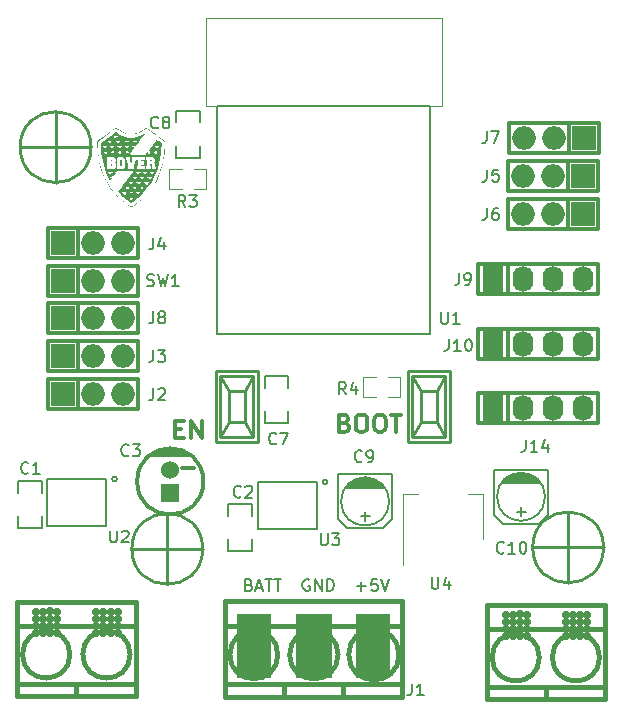
<source format=gbr>
%TF.GenerationSoftware,KiCad,Pcbnew,7.0.1*%
%TF.CreationDate,2023-08-30T01:06:13-03:00*%
%TF.ProjectId,Wakanda_MultiRobot,57616b61-6e64-4615-9f4d-756c7469526f,rev?*%
%TF.SameCoordinates,Original*%
%TF.FileFunction,Legend,Top*%
%TF.FilePolarity,Positive*%
%FSLAX46Y46*%
G04 Gerber Fmt 4.6, Leading zero omitted, Abs format (unit mm)*
G04 Created by KiCad (PCBNEW 7.0.1) date 2023-08-30 01:06:13*
%MOMM*%
%LPD*%
G01*
G04 APERTURE LIST*
%ADD10C,0.150000*%
%ADD11C,0.300000*%
%ADD12C,0.200000*%
%ADD13C,0.254000*%
%ADD14C,0.127000*%
%ADD15C,0.381000*%
%ADD16C,0.304800*%
%ADD17C,0.120000*%
%ADD18C,0.099060*%
%ADD19C,0.100000*%
%ADD20C,0.700000*%
%ADD21R,3.000000X5.500000*%
%ADD22R,3.100000X5.500000*%
%ADD23R,1.750000X2.200000*%
%ADD24O,1.750000X2.200000*%
%ADD25R,2.000000X2.000000*%
%ADD26O,2.000000X2.000000*%
%ADD27R,1.524000X1.524000*%
%ADD28C,1.524000*%
G04 APERTURE END LIST*
D10*
X159771428Y-100353809D02*
X159914285Y-100401428D01*
X159914285Y-100401428D02*
X159961904Y-100449047D01*
X159961904Y-100449047D02*
X160009523Y-100544285D01*
X160009523Y-100544285D02*
X160009523Y-100687142D01*
X160009523Y-100687142D02*
X159961904Y-100782380D01*
X159961904Y-100782380D02*
X159914285Y-100830000D01*
X159914285Y-100830000D02*
X159819047Y-100877619D01*
X159819047Y-100877619D02*
X159438095Y-100877619D01*
X159438095Y-100877619D02*
X159438095Y-99877619D01*
X159438095Y-99877619D02*
X159771428Y-99877619D01*
X159771428Y-99877619D02*
X159866666Y-99925238D01*
X159866666Y-99925238D02*
X159914285Y-99972857D01*
X159914285Y-99972857D02*
X159961904Y-100068095D01*
X159961904Y-100068095D02*
X159961904Y-100163333D01*
X159961904Y-100163333D02*
X159914285Y-100258571D01*
X159914285Y-100258571D02*
X159866666Y-100306190D01*
X159866666Y-100306190D02*
X159771428Y-100353809D01*
X159771428Y-100353809D02*
X159438095Y-100353809D01*
X160390476Y-100591904D02*
X160866666Y-100591904D01*
X160295238Y-100877619D02*
X160628571Y-99877619D01*
X160628571Y-99877619D02*
X160961904Y-100877619D01*
X161152381Y-99877619D02*
X161723809Y-99877619D01*
X161438095Y-100877619D02*
X161438095Y-99877619D01*
X161914286Y-99877619D02*
X162485714Y-99877619D01*
X162200000Y-100877619D02*
X162200000Y-99877619D01*
X164866667Y-99925238D02*
X164771429Y-99877619D01*
X164771429Y-99877619D02*
X164628572Y-99877619D01*
X164628572Y-99877619D02*
X164485715Y-99925238D01*
X164485715Y-99925238D02*
X164390477Y-100020476D01*
X164390477Y-100020476D02*
X164342858Y-100115714D01*
X164342858Y-100115714D02*
X164295239Y-100306190D01*
X164295239Y-100306190D02*
X164295239Y-100449047D01*
X164295239Y-100449047D02*
X164342858Y-100639523D01*
X164342858Y-100639523D02*
X164390477Y-100734761D01*
X164390477Y-100734761D02*
X164485715Y-100830000D01*
X164485715Y-100830000D02*
X164628572Y-100877619D01*
X164628572Y-100877619D02*
X164723810Y-100877619D01*
X164723810Y-100877619D02*
X164866667Y-100830000D01*
X164866667Y-100830000D02*
X164914286Y-100782380D01*
X164914286Y-100782380D02*
X164914286Y-100449047D01*
X164914286Y-100449047D02*
X164723810Y-100449047D01*
X165342858Y-100877619D02*
X165342858Y-99877619D01*
X165342858Y-99877619D02*
X165914286Y-100877619D01*
X165914286Y-100877619D02*
X165914286Y-99877619D01*
X166390477Y-100877619D02*
X166390477Y-99877619D01*
X166390477Y-99877619D02*
X166628572Y-99877619D01*
X166628572Y-99877619D02*
X166771429Y-99925238D01*
X166771429Y-99925238D02*
X166866667Y-100020476D01*
X166866667Y-100020476D02*
X166914286Y-100115714D01*
X166914286Y-100115714D02*
X166961905Y-100306190D01*
X166961905Y-100306190D02*
X166961905Y-100449047D01*
X166961905Y-100449047D02*
X166914286Y-100639523D01*
X166914286Y-100639523D02*
X166866667Y-100734761D01*
X166866667Y-100734761D02*
X166771429Y-100830000D01*
X166771429Y-100830000D02*
X166628572Y-100877619D01*
X166628572Y-100877619D02*
X166390477Y-100877619D01*
X168914287Y-100496666D02*
X169676192Y-100496666D01*
X169295239Y-100877619D02*
X169295239Y-100115714D01*
X170628572Y-99877619D02*
X170152382Y-99877619D01*
X170152382Y-99877619D02*
X170104763Y-100353809D01*
X170104763Y-100353809D02*
X170152382Y-100306190D01*
X170152382Y-100306190D02*
X170247620Y-100258571D01*
X170247620Y-100258571D02*
X170485715Y-100258571D01*
X170485715Y-100258571D02*
X170580953Y-100306190D01*
X170580953Y-100306190D02*
X170628572Y-100353809D01*
X170628572Y-100353809D02*
X170676191Y-100449047D01*
X170676191Y-100449047D02*
X170676191Y-100687142D01*
X170676191Y-100687142D02*
X170628572Y-100782380D01*
X170628572Y-100782380D02*
X170580953Y-100830000D01*
X170580953Y-100830000D02*
X170485715Y-100877619D01*
X170485715Y-100877619D02*
X170247620Y-100877619D01*
X170247620Y-100877619D02*
X170152382Y-100830000D01*
X170152382Y-100830000D02*
X170104763Y-100782380D01*
X170961906Y-99877619D02*
X171295239Y-100877619D01*
X171295239Y-100877619D02*
X171628572Y-99877619D01*
D11*
%TO.C,EN*%
X153542856Y-87158214D02*
X154042856Y-87158214D01*
X154257142Y-87943928D02*
X153542856Y-87943928D01*
X153542856Y-87943928D02*
X153542856Y-86443928D01*
X153542856Y-86443928D02*
X154257142Y-86443928D01*
X154899999Y-87943928D02*
X154899999Y-86443928D01*
X154899999Y-86443928D02*
X155757142Y-87943928D01*
X155757142Y-87943928D02*
X155757142Y-86443928D01*
D12*
%TO.C,C8*%
X152083333Y-61617380D02*
X152035714Y-61665000D01*
X152035714Y-61665000D02*
X151892857Y-61712619D01*
X151892857Y-61712619D02*
X151797619Y-61712619D01*
X151797619Y-61712619D02*
X151654762Y-61665000D01*
X151654762Y-61665000D02*
X151559524Y-61569761D01*
X151559524Y-61569761D02*
X151511905Y-61474523D01*
X151511905Y-61474523D02*
X151464286Y-61284047D01*
X151464286Y-61284047D02*
X151464286Y-61141190D01*
X151464286Y-61141190D02*
X151511905Y-60950714D01*
X151511905Y-60950714D02*
X151559524Y-60855476D01*
X151559524Y-60855476D02*
X151654762Y-60760238D01*
X151654762Y-60760238D02*
X151797619Y-60712619D01*
X151797619Y-60712619D02*
X151892857Y-60712619D01*
X151892857Y-60712619D02*
X152035714Y-60760238D01*
X152035714Y-60760238D02*
X152083333Y-60807857D01*
X152654762Y-61141190D02*
X152559524Y-61093571D01*
X152559524Y-61093571D02*
X152511905Y-61045952D01*
X152511905Y-61045952D02*
X152464286Y-60950714D01*
X152464286Y-60950714D02*
X152464286Y-60903095D01*
X152464286Y-60903095D02*
X152511905Y-60807857D01*
X152511905Y-60807857D02*
X152559524Y-60760238D01*
X152559524Y-60760238D02*
X152654762Y-60712619D01*
X152654762Y-60712619D02*
X152845238Y-60712619D01*
X152845238Y-60712619D02*
X152940476Y-60760238D01*
X152940476Y-60760238D02*
X152988095Y-60807857D01*
X152988095Y-60807857D02*
X153035714Y-60903095D01*
X153035714Y-60903095D02*
X153035714Y-60950714D01*
X153035714Y-60950714D02*
X152988095Y-61045952D01*
X152988095Y-61045952D02*
X152940476Y-61093571D01*
X152940476Y-61093571D02*
X152845238Y-61141190D01*
X152845238Y-61141190D02*
X152654762Y-61141190D01*
X152654762Y-61141190D02*
X152559524Y-61188809D01*
X152559524Y-61188809D02*
X152511905Y-61236428D01*
X152511905Y-61236428D02*
X152464286Y-61331666D01*
X152464286Y-61331666D02*
X152464286Y-61522142D01*
X152464286Y-61522142D02*
X152511905Y-61617380D01*
X152511905Y-61617380D02*
X152559524Y-61665000D01*
X152559524Y-61665000D02*
X152654762Y-61712619D01*
X152654762Y-61712619D02*
X152845238Y-61712619D01*
X152845238Y-61712619D02*
X152940476Y-61665000D01*
X152940476Y-61665000D02*
X152988095Y-61617380D01*
X152988095Y-61617380D02*
X153035714Y-61522142D01*
X153035714Y-61522142D02*
X153035714Y-61331666D01*
X153035714Y-61331666D02*
X152988095Y-61236428D01*
X152988095Y-61236428D02*
X152940476Y-61188809D01*
X152940476Y-61188809D02*
X152845238Y-61141190D01*
%TO.C,J1*%
X173566666Y-108712619D02*
X173566666Y-109426904D01*
X173566666Y-109426904D02*
X173519047Y-109569761D01*
X173519047Y-109569761D02*
X173423809Y-109665000D01*
X173423809Y-109665000D02*
X173280952Y-109712619D01*
X173280952Y-109712619D02*
X173185714Y-109712619D01*
X174566666Y-109712619D02*
X173995238Y-109712619D01*
X174280952Y-109712619D02*
X174280952Y-108712619D01*
X174280952Y-108712619D02*
X174185714Y-108855476D01*
X174185714Y-108855476D02*
X174090476Y-108950714D01*
X174090476Y-108950714D02*
X173995238Y-108998333D01*
%TO.C,J9*%
X177566666Y-73962619D02*
X177566666Y-74676904D01*
X177566666Y-74676904D02*
X177519047Y-74819761D01*
X177519047Y-74819761D02*
X177423809Y-74915000D01*
X177423809Y-74915000D02*
X177280952Y-74962619D01*
X177280952Y-74962619D02*
X177185714Y-74962619D01*
X178090476Y-74962619D02*
X178280952Y-74962619D01*
X178280952Y-74962619D02*
X178376190Y-74915000D01*
X178376190Y-74915000D02*
X178423809Y-74867380D01*
X178423809Y-74867380D02*
X178519047Y-74724523D01*
X178519047Y-74724523D02*
X178566666Y-74534047D01*
X178566666Y-74534047D02*
X178566666Y-74153095D01*
X178566666Y-74153095D02*
X178519047Y-74057857D01*
X178519047Y-74057857D02*
X178471428Y-74010238D01*
X178471428Y-74010238D02*
X178376190Y-73962619D01*
X178376190Y-73962619D02*
X178185714Y-73962619D01*
X178185714Y-73962619D02*
X178090476Y-74010238D01*
X178090476Y-74010238D02*
X178042857Y-74057857D01*
X178042857Y-74057857D02*
X177995238Y-74153095D01*
X177995238Y-74153095D02*
X177995238Y-74391190D01*
X177995238Y-74391190D02*
X178042857Y-74486428D01*
X178042857Y-74486428D02*
X178090476Y-74534047D01*
X178090476Y-74534047D02*
X178185714Y-74581666D01*
X178185714Y-74581666D02*
X178376190Y-74581666D01*
X178376190Y-74581666D02*
X178471428Y-74534047D01*
X178471428Y-74534047D02*
X178519047Y-74486428D01*
X178519047Y-74486428D02*
X178566666Y-74391190D01*
%TO.C,C1*%
X141083333Y-90867380D02*
X141035714Y-90915000D01*
X141035714Y-90915000D02*
X140892857Y-90962619D01*
X140892857Y-90962619D02*
X140797619Y-90962619D01*
X140797619Y-90962619D02*
X140654762Y-90915000D01*
X140654762Y-90915000D02*
X140559524Y-90819761D01*
X140559524Y-90819761D02*
X140511905Y-90724523D01*
X140511905Y-90724523D02*
X140464286Y-90534047D01*
X140464286Y-90534047D02*
X140464286Y-90391190D01*
X140464286Y-90391190D02*
X140511905Y-90200714D01*
X140511905Y-90200714D02*
X140559524Y-90105476D01*
X140559524Y-90105476D02*
X140654762Y-90010238D01*
X140654762Y-90010238D02*
X140797619Y-89962619D01*
X140797619Y-89962619D02*
X140892857Y-89962619D01*
X140892857Y-89962619D02*
X141035714Y-90010238D01*
X141035714Y-90010238D02*
X141083333Y-90057857D01*
X142035714Y-90962619D02*
X141464286Y-90962619D01*
X141750000Y-90962619D02*
X141750000Y-89962619D01*
X141750000Y-89962619D02*
X141654762Y-90105476D01*
X141654762Y-90105476D02*
X141559524Y-90200714D01*
X141559524Y-90200714D02*
X141464286Y-90248333D01*
%TO.C,U4*%
X175238095Y-99712619D02*
X175238095Y-100522142D01*
X175238095Y-100522142D02*
X175285714Y-100617380D01*
X175285714Y-100617380D02*
X175333333Y-100665000D01*
X175333333Y-100665000D02*
X175428571Y-100712619D01*
X175428571Y-100712619D02*
X175619047Y-100712619D01*
X175619047Y-100712619D02*
X175714285Y-100665000D01*
X175714285Y-100665000D02*
X175761904Y-100617380D01*
X175761904Y-100617380D02*
X175809523Y-100522142D01*
X175809523Y-100522142D02*
X175809523Y-99712619D01*
X176714285Y-100045952D02*
X176714285Y-100712619D01*
X176476190Y-99665000D02*
X176238095Y-100379285D01*
X176238095Y-100379285D02*
X176857142Y-100379285D01*
%TO.C,J4*%
X151666666Y-70962619D02*
X151666666Y-71676904D01*
X151666666Y-71676904D02*
X151619047Y-71819761D01*
X151619047Y-71819761D02*
X151523809Y-71915000D01*
X151523809Y-71915000D02*
X151380952Y-71962619D01*
X151380952Y-71962619D02*
X151285714Y-71962619D01*
X152571428Y-71295952D02*
X152571428Y-71962619D01*
X152333333Y-70915000D02*
X152095238Y-71629285D01*
X152095238Y-71629285D02*
X152714285Y-71629285D01*
%TO.C,C10*%
X181357142Y-97617380D02*
X181309523Y-97665000D01*
X181309523Y-97665000D02*
X181166666Y-97712619D01*
X181166666Y-97712619D02*
X181071428Y-97712619D01*
X181071428Y-97712619D02*
X180928571Y-97665000D01*
X180928571Y-97665000D02*
X180833333Y-97569761D01*
X180833333Y-97569761D02*
X180785714Y-97474523D01*
X180785714Y-97474523D02*
X180738095Y-97284047D01*
X180738095Y-97284047D02*
X180738095Y-97141190D01*
X180738095Y-97141190D02*
X180785714Y-96950714D01*
X180785714Y-96950714D02*
X180833333Y-96855476D01*
X180833333Y-96855476D02*
X180928571Y-96760238D01*
X180928571Y-96760238D02*
X181071428Y-96712619D01*
X181071428Y-96712619D02*
X181166666Y-96712619D01*
X181166666Y-96712619D02*
X181309523Y-96760238D01*
X181309523Y-96760238D02*
X181357142Y-96807857D01*
X182309523Y-97712619D02*
X181738095Y-97712619D01*
X182023809Y-97712619D02*
X182023809Y-96712619D01*
X182023809Y-96712619D02*
X181928571Y-96855476D01*
X181928571Y-96855476D02*
X181833333Y-96950714D01*
X181833333Y-96950714D02*
X181738095Y-96998333D01*
X182928571Y-96712619D02*
X183023809Y-96712619D01*
X183023809Y-96712619D02*
X183119047Y-96760238D01*
X183119047Y-96760238D02*
X183166666Y-96807857D01*
X183166666Y-96807857D02*
X183214285Y-96903095D01*
X183214285Y-96903095D02*
X183261904Y-97093571D01*
X183261904Y-97093571D02*
X183261904Y-97331666D01*
X183261904Y-97331666D02*
X183214285Y-97522142D01*
X183214285Y-97522142D02*
X183166666Y-97617380D01*
X183166666Y-97617380D02*
X183119047Y-97665000D01*
X183119047Y-97665000D02*
X183023809Y-97712619D01*
X183023809Y-97712619D02*
X182928571Y-97712619D01*
X182928571Y-97712619D02*
X182833333Y-97665000D01*
X182833333Y-97665000D02*
X182785714Y-97617380D01*
X182785714Y-97617380D02*
X182738095Y-97522142D01*
X182738095Y-97522142D02*
X182690476Y-97331666D01*
X182690476Y-97331666D02*
X182690476Y-97093571D01*
X182690476Y-97093571D02*
X182738095Y-96903095D01*
X182738095Y-96903095D02*
X182785714Y-96807857D01*
X182785714Y-96807857D02*
X182833333Y-96760238D01*
X182833333Y-96760238D02*
X182928571Y-96712619D01*
%TO.C,J2*%
X151666666Y-83712619D02*
X151666666Y-84426904D01*
X151666666Y-84426904D02*
X151619047Y-84569761D01*
X151619047Y-84569761D02*
X151523809Y-84665000D01*
X151523809Y-84665000D02*
X151380952Y-84712619D01*
X151380952Y-84712619D02*
X151285714Y-84712619D01*
X152095238Y-83807857D02*
X152142857Y-83760238D01*
X152142857Y-83760238D02*
X152238095Y-83712619D01*
X152238095Y-83712619D02*
X152476190Y-83712619D01*
X152476190Y-83712619D02*
X152571428Y-83760238D01*
X152571428Y-83760238D02*
X152619047Y-83807857D01*
X152619047Y-83807857D02*
X152666666Y-83903095D01*
X152666666Y-83903095D02*
X152666666Y-83998333D01*
X152666666Y-83998333D02*
X152619047Y-84141190D01*
X152619047Y-84141190D02*
X152047619Y-84712619D01*
X152047619Y-84712619D02*
X152666666Y-84712619D01*
%TO.C,C2*%
X159083333Y-92867380D02*
X159035714Y-92915000D01*
X159035714Y-92915000D02*
X158892857Y-92962619D01*
X158892857Y-92962619D02*
X158797619Y-92962619D01*
X158797619Y-92962619D02*
X158654762Y-92915000D01*
X158654762Y-92915000D02*
X158559524Y-92819761D01*
X158559524Y-92819761D02*
X158511905Y-92724523D01*
X158511905Y-92724523D02*
X158464286Y-92534047D01*
X158464286Y-92534047D02*
X158464286Y-92391190D01*
X158464286Y-92391190D02*
X158511905Y-92200714D01*
X158511905Y-92200714D02*
X158559524Y-92105476D01*
X158559524Y-92105476D02*
X158654762Y-92010238D01*
X158654762Y-92010238D02*
X158797619Y-91962619D01*
X158797619Y-91962619D02*
X158892857Y-91962619D01*
X158892857Y-91962619D02*
X159035714Y-92010238D01*
X159035714Y-92010238D02*
X159083333Y-92057857D01*
X159464286Y-92057857D02*
X159511905Y-92010238D01*
X159511905Y-92010238D02*
X159607143Y-91962619D01*
X159607143Y-91962619D02*
X159845238Y-91962619D01*
X159845238Y-91962619D02*
X159940476Y-92010238D01*
X159940476Y-92010238D02*
X159988095Y-92057857D01*
X159988095Y-92057857D02*
X160035714Y-92153095D01*
X160035714Y-92153095D02*
X160035714Y-92248333D01*
X160035714Y-92248333D02*
X159988095Y-92391190D01*
X159988095Y-92391190D02*
X159416667Y-92962619D01*
X159416667Y-92962619D02*
X160035714Y-92962619D01*
%TO.C,C9*%
X169333333Y-89867380D02*
X169285714Y-89915000D01*
X169285714Y-89915000D02*
X169142857Y-89962619D01*
X169142857Y-89962619D02*
X169047619Y-89962619D01*
X169047619Y-89962619D02*
X168904762Y-89915000D01*
X168904762Y-89915000D02*
X168809524Y-89819761D01*
X168809524Y-89819761D02*
X168761905Y-89724523D01*
X168761905Y-89724523D02*
X168714286Y-89534047D01*
X168714286Y-89534047D02*
X168714286Y-89391190D01*
X168714286Y-89391190D02*
X168761905Y-89200714D01*
X168761905Y-89200714D02*
X168809524Y-89105476D01*
X168809524Y-89105476D02*
X168904762Y-89010238D01*
X168904762Y-89010238D02*
X169047619Y-88962619D01*
X169047619Y-88962619D02*
X169142857Y-88962619D01*
X169142857Y-88962619D02*
X169285714Y-89010238D01*
X169285714Y-89010238D02*
X169333333Y-89057857D01*
X169809524Y-89962619D02*
X170000000Y-89962619D01*
X170000000Y-89962619D02*
X170095238Y-89915000D01*
X170095238Y-89915000D02*
X170142857Y-89867380D01*
X170142857Y-89867380D02*
X170238095Y-89724523D01*
X170238095Y-89724523D02*
X170285714Y-89534047D01*
X170285714Y-89534047D02*
X170285714Y-89153095D01*
X170285714Y-89153095D02*
X170238095Y-89057857D01*
X170238095Y-89057857D02*
X170190476Y-89010238D01*
X170190476Y-89010238D02*
X170095238Y-88962619D01*
X170095238Y-88962619D02*
X169904762Y-88962619D01*
X169904762Y-88962619D02*
X169809524Y-89010238D01*
X169809524Y-89010238D02*
X169761905Y-89057857D01*
X169761905Y-89057857D02*
X169714286Y-89153095D01*
X169714286Y-89153095D02*
X169714286Y-89391190D01*
X169714286Y-89391190D02*
X169761905Y-89486428D01*
X169761905Y-89486428D02*
X169809524Y-89534047D01*
X169809524Y-89534047D02*
X169904762Y-89581666D01*
X169904762Y-89581666D02*
X170095238Y-89581666D01*
X170095238Y-89581666D02*
X170190476Y-89534047D01*
X170190476Y-89534047D02*
X170238095Y-89486428D01*
X170238095Y-89486428D02*
X170285714Y-89391190D01*
%TO.C,J3*%
X151666666Y-80462619D02*
X151666666Y-81176904D01*
X151666666Y-81176904D02*
X151619047Y-81319761D01*
X151619047Y-81319761D02*
X151523809Y-81415000D01*
X151523809Y-81415000D02*
X151380952Y-81462619D01*
X151380952Y-81462619D02*
X151285714Y-81462619D01*
X152047619Y-80462619D02*
X152666666Y-80462619D01*
X152666666Y-80462619D02*
X152333333Y-80843571D01*
X152333333Y-80843571D02*
X152476190Y-80843571D01*
X152476190Y-80843571D02*
X152571428Y-80891190D01*
X152571428Y-80891190D02*
X152619047Y-80938809D01*
X152619047Y-80938809D02*
X152666666Y-81034047D01*
X152666666Y-81034047D02*
X152666666Y-81272142D01*
X152666666Y-81272142D02*
X152619047Y-81367380D01*
X152619047Y-81367380D02*
X152571428Y-81415000D01*
X152571428Y-81415000D02*
X152476190Y-81462619D01*
X152476190Y-81462619D02*
X152190476Y-81462619D01*
X152190476Y-81462619D02*
X152095238Y-81415000D01*
X152095238Y-81415000D02*
X152047619Y-81367380D01*
%TO.C,U3*%
X165848095Y-96002619D02*
X165848095Y-96812142D01*
X165848095Y-96812142D02*
X165895714Y-96907380D01*
X165895714Y-96907380D02*
X165943333Y-96955000D01*
X165943333Y-96955000D02*
X166038571Y-97002619D01*
X166038571Y-97002619D02*
X166229047Y-97002619D01*
X166229047Y-97002619D02*
X166324285Y-96955000D01*
X166324285Y-96955000D02*
X166371904Y-96907380D01*
X166371904Y-96907380D02*
X166419523Y-96812142D01*
X166419523Y-96812142D02*
X166419523Y-96002619D01*
X166800476Y-96002619D02*
X167419523Y-96002619D01*
X167419523Y-96002619D02*
X167086190Y-96383571D01*
X167086190Y-96383571D02*
X167229047Y-96383571D01*
X167229047Y-96383571D02*
X167324285Y-96431190D01*
X167324285Y-96431190D02*
X167371904Y-96478809D01*
X167371904Y-96478809D02*
X167419523Y-96574047D01*
X167419523Y-96574047D02*
X167419523Y-96812142D01*
X167419523Y-96812142D02*
X167371904Y-96907380D01*
X167371904Y-96907380D02*
X167324285Y-96955000D01*
X167324285Y-96955000D02*
X167229047Y-97002619D01*
X167229047Y-97002619D02*
X166943333Y-97002619D01*
X166943333Y-97002619D02*
X166848095Y-96955000D01*
X166848095Y-96955000D02*
X166800476Y-96907380D01*
%TO.C,C3*%
X149583333Y-89367380D02*
X149535714Y-89415000D01*
X149535714Y-89415000D02*
X149392857Y-89462619D01*
X149392857Y-89462619D02*
X149297619Y-89462619D01*
X149297619Y-89462619D02*
X149154762Y-89415000D01*
X149154762Y-89415000D02*
X149059524Y-89319761D01*
X149059524Y-89319761D02*
X149011905Y-89224523D01*
X149011905Y-89224523D02*
X148964286Y-89034047D01*
X148964286Y-89034047D02*
X148964286Y-88891190D01*
X148964286Y-88891190D02*
X149011905Y-88700714D01*
X149011905Y-88700714D02*
X149059524Y-88605476D01*
X149059524Y-88605476D02*
X149154762Y-88510238D01*
X149154762Y-88510238D02*
X149297619Y-88462619D01*
X149297619Y-88462619D02*
X149392857Y-88462619D01*
X149392857Y-88462619D02*
X149535714Y-88510238D01*
X149535714Y-88510238D02*
X149583333Y-88557857D01*
X149916667Y-88462619D02*
X150535714Y-88462619D01*
X150535714Y-88462619D02*
X150202381Y-88843571D01*
X150202381Y-88843571D02*
X150345238Y-88843571D01*
X150345238Y-88843571D02*
X150440476Y-88891190D01*
X150440476Y-88891190D02*
X150488095Y-88938809D01*
X150488095Y-88938809D02*
X150535714Y-89034047D01*
X150535714Y-89034047D02*
X150535714Y-89272142D01*
X150535714Y-89272142D02*
X150488095Y-89367380D01*
X150488095Y-89367380D02*
X150440476Y-89415000D01*
X150440476Y-89415000D02*
X150345238Y-89462619D01*
X150345238Y-89462619D02*
X150059524Y-89462619D01*
X150059524Y-89462619D02*
X149964286Y-89415000D01*
X149964286Y-89415000D02*
X149916667Y-89367380D01*
%TO.C,J10*%
X176690476Y-79562619D02*
X176690476Y-80276904D01*
X176690476Y-80276904D02*
X176642857Y-80419761D01*
X176642857Y-80419761D02*
X176547619Y-80515000D01*
X176547619Y-80515000D02*
X176404762Y-80562619D01*
X176404762Y-80562619D02*
X176309524Y-80562619D01*
X177690476Y-80562619D02*
X177119048Y-80562619D01*
X177404762Y-80562619D02*
X177404762Y-79562619D01*
X177404762Y-79562619D02*
X177309524Y-79705476D01*
X177309524Y-79705476D02*
X177214286Y-79800714D01*
X177214286Y-79800714D02*
X177119048Y-79848333D01*
X178309524Y-79562619D02*
X178404762Y-79562619D01*
X178404762Y-79562619D02*
X178500000Y-79610238D01*
X178500000Y-79610238D02*
X178547619Y-79657857D01*
X178547619Y-79657857D02*
X178595238Y-79753095D01*
X178595238Y-79753095D02*
X178642857Y-79943571D01*
X178642857Y-79943571D02*
X178642857Y-80181666D01*
X178642857Y-80181666D02*
X178595238Y-80372142D01*
X178595238Y-80372142D02*
X178547619Y-80467380D01*
X178547619Y-80467380D02*
X178500000Y-80515000D01*
X178500000Y-80515000D02*
X178404762Y-80562619D01*
X178404762Y-80562619D02*
X178309524Y-80562619D01*
X178309524Y-80562619D02*
X178214286Y-80515000D01*
X178214286Y-80515000D02*
X178166667Y-80467380D01*
X178166667Y-80467380D02*
X178119048Y-80372142D01*
X178119048Y-80372142D02*
X178071429Y-80181666D01*
X178071429Y-80181666D02*
X178071429Y-79943571D01*
X178071429Y-79943571D02*
X178119048Y-79753095D01*
X178119048Y-79753095D02*
X178166667Y-79657857D01*
X178166667Y-79657857D02*
X178214286Y-79610238D01*
X178214286Y-79610238D02*
X178309524Y-79562619D01*
%TO.C,R3*%
X154393333Y-68352619D02*
X154060000Y-67876428D01*
X153821905Y-68352619D02*
X153821905Y-67352619D01*
X153821905Y-67352619D02*
X154202857Y-67352619D01*
X154202857Y-67352619D02*
X154298095Y-67400238D01*
X154298095Y-67400238D02*
X154345714Y-67447857D01*
X154345714Y-67447857D02*
X154393333Y-67543095D01*
X154393333Y-67543095D02*
X154393333Y-67685952D01*
X154393333Y-67685952D02*
X154345714Y-67781190D01*
X154345714Y-67781190D02*
X154298095Y-67828809D01*
X154298095Y-67828809D02*
X154202857Y-67876428D01*
X154202857Y-67876428D02*
X153821905Y-67876428D01*
X154726667Y-67352619D02*
X155345714Y-67352619D01*
X155345714Y-67352619D02*
X155012381Y-67733571D01*
X155012381Y-67733571D02*
X155155238Y-67733571D01*
X155155238Y-67733571D02*
X155250476Y-67781190D01*
X155250476Y-67781190D02*
X155298095Y-67828809D01*
X155298095Y-67828809D02*
X155345714Y-67924047D01*
X155345714Y-67924047D02*
X155345714Y-68162142D01*
X155345714Y-68162142D02*
X155298095Y-68257380D01*
X155298095Y-68257380D02*
X155250476Y-68305000D01*
X155250476Y-68305000D02*
X155155238Y-68352619D01*
X155155238Y-68352619D02*
X154869524Y-68352619D01*
X154869524Y-68352619D02*
X154774286Y-68305000D01*
X154774286Y-68305000D02*
X154726667Y-68257380D01*
%TO.C,J7*%
X179916666Y-61962619D02*
X179916666Y-62676904D01*
X179916666Y-62676904D02*
X179869047Y-62819761D01*
X179869047Y-62819761D02*
X179773809Y-62915000D01*
X179773809Y-62915000D02*
X179630952Y-62962619D01*
X179630952Y-62962619D02*
X179535714Y-62962619D01*
X180297619Y-61962619D02*
X180964285Y-61962619D01*
X180964285Y-61962619D02*
X180535714Y-62962619D01*
%TO.C,C7*%
X162083333Y-88367380D02*
X162035714Y-88415000D01*
X162035714Y-88415000D02*
X161892857Y-88462619D01*
X161892857Y-88462619D02*
X161797619Y-88462619D01*
X161797619Y-88462619D02*
X161654762Y-88415000D01*
X161654762Y-88415000D02*
X161559524Y-88319761D01*
X161559524Y-88319761D02*
X161511905Y-88224523D01*
X161511905Y-88224523D02*
X161464286Y-88034047D01*
X161464286Y-88034047D02*
X161464286Y-87891190D01*
X161464286Y-87891190D02*
X161511905Y-87700714D01*
X161511905Y-87700714D02*
X161559524Y-87605476D01*
X161559524Y-87605476D02*
X161654762Y-87510238D01*
X161654762Y-87510238D02*
X161797619Y-87462619D01*
X161797619Y-87462619D02*
X161892857Y-87462619D01*
X161892857Y-87462619D02*
X162035714Y-87510238D01*
X162035714Y-87510238D02*
X162083333Y-87557857D01*
X162416667Y-87462619D02*
X163083333Y-87462619D01*
X163083333Y-87462619D02*
X162654762Y-88462619D01*
%TO.C,J14*%
X183187276Y-88088419D02*
X183187276Y-88802704D01*
X183187276Y-88802704D02*
X183139657Y-88945561D01*
X183139657Y-88945561D02*
X183044419Y-89040800D01*
X183044419Y-89040800D02*
X182901562Y-89088419D01*
X182901562Y-89088419D02*
X182806324Y-89088419D01*
X184187276Y-89088419D02*
X183615848Y-89088419D01*
X183901562Y-89088419D02*
X183901562Y-88088419D01*
X183901562Y-88088419D02*
X183806324Y-88231276D01*
X183806324Y-88231276D02*
X183711086Y-88326514D01*
X183711086Y-88326514D02*
X183615848Y-88374133D01*
X185044419Y-88421752D02*
X185044419Y-89088419D01*
X184806324Y-88040800D02*
X184568229Y-88755085D01*
X184568229Y-88755085D02*
X185187276Y-88755085D01*
%TO.C,J6*%
X179916666Y-68462619D02*
X179916666Y-69176904D01*
X179916666Y-69176904D02*
X179869047Y-69319761D01*
X179869047Y-69319761D02*
X179773809Y-69415000D01*
X179773809Y-69415000D02*
X179630952Y-69462619D01*
X179630952Y-69462619D02*
X179535714Y-69462619D01*
X180821428Y-68462619D02*
X180630952Y-68462619D01*
X180630952Y-68462619D02*
X180535714Y-68510238D01*
X180535714Y-68510238D02*
X180488095Y-68557857D01*
X180488095Y-68557857D02*
X180392857Y-68700714D01*
X180392857Y-68700714D02*
X180345238Y-68891190D01*
X180345238Y-68891190D02*
X180345238Y-69272142D01*
X180345238Y-69272142D02*
X180392857Y-69367380D01*
X180392857Y-69367380D02*
X180440476Y-69415000D01*
X180440476Y-69415000D02*
X180535714Y-69462619D01*
X180535714Y-69462619D02*
X180726190Y-69462619D01*
X180726190Y-69462619D02*
X180821428Y-69415000D01*
X180821428Y-69415000D02*
X180869047Y-69367380D01*
X180869047Y-69367380D02*
X180916666Y-69272142D01*
X180916666Y-69272142D02*
X180916666Y-69034047D01*
X180916666Y-69034047D02*
X180869047Y-68938809D01*
X180869047Y-68938809D02*
X180821428Y-68891190D01*
X180821428Y-68891190D02*
X180726190Y-68843571D01*
X180726190Y-68843571D02*
X180535714Y-68843571D01*
X180535714Y-68843571D02*
X180440476Y-68891190D01*
X180440476Y-68891190D02*
X180392857Y-68938809D01*
X180392857Y-68938809D02*
X180345238Y-69034047D01*
%TO.C,R4*%
X167983333Y-84212619D02*
X167650000Y-83736428D01*
X167411905Y-84212619D02*
X167411905Y-83212619D01*
X167411905Y-83212619D02*
X167792857Y-83212619D01*
X167792857Y-83212619D02*
X167888095Y-83260238D01*
X167888095Y-83260238D02*
X167935714Y-83307857D01*
X167935714Y-83307857D02*
X167983333Y-83403095D01*
X167983333Y-83403095D02*
X167983333Y-83545952D01*
X167983333Y-83545952D02*
X167935714Y-83641190D01*
X167935714Y-83641190D02*
X167888095Y-83688809D01*
X167888095Y-83688809D02*
X167792857Y-83736428D01*
X167792857Y-83736428D02*
X167411905Y-83736428D01*
X168840476Y-83545952D02*
X168840476Y-84212619D01*
X168602381Y-83165000D02*
X168364286Y-83879285D01*
X168364286Y-83879285D02*
X168983333Y-83879285D01*
%TO.C,U2*%
X148013095Y-95762619D02*
X148013095Y-96572142D01*
X148013095Y-96572142D02*
X148060714Y-96667380D01*
X148060714Y-96667380D02*
X148108333Y-96715000D01*
X148108333Y-96715000D02*
X148203571Y-96762619D01*
X148203571Y-96762619D02*
X148394047Y-96762619D01*
X148394047Y-96762619D02*
X148489285Y-96715000D01*
X148489285Y-96715000D02*
X148536904Y-96667380D01*
X148536904Y-96667380D02*
X148584523Y-96572142D01*
X148584523Y-96572142D02*
X148584523Y-95762619D01*
X149013095Y-95857857D02*
X149060714Y-95810238D01*
X149060714Y-95810238D02*
X149155952Y-95762619D01*
X149155952Y-95762619D02*
X149394047Y-95762619D01*
X149394047Y-95762619D02*
X149489285Y-95810238D01*
X149489285Y-95810238D02*
X149536904Y-95857857D01*
X149536904Y-95857857D02*
X149584523Y-95953095D01*
X149584523Y-95953095D02*
X149584523Y-96048333D01*
X149584523Y-96048333D02*
X149536904Y-96191190D01*
X149536904Y-96191190D02*
X148965476Y-96762619D01*
X148965476Y-96762619D02*
X149584523Y-96762619D01*
%TO.C,J5*%
X179916666Y-65212619D02*
X179916666Y-65926904D01*
X179916666Y-65926904D02*
X179869047Y-66069761D01*
X179869047Y-66069761D02*
X179773809Y-66165000D01*
X179773809Y-66165000D02*
X179630952Y-66212619D01*
X179630952Y-66212619D02*
X179535714Y-66212619D01*
X180869047Y-65212619D02*
X180392857Y-65212619D01*
X180392857Y-65212619D02*
X180345238Y-65688809D01*
X180345238Y-65688809D02*
X180392857Y-65641190D01*
X180392857Y-65641190D02*
X180488095Y-65593571D01*
X180488095Y-65593571D02*
X180726190Y-65593571D01*
X180726190Y-65593571D02*
X180821428Y-65641190D01*
X180821428Y-65641190D02*
X180869047Y-65688809D01*
X180869047Y-65688809D02*
X180916666Y-65784047D01*
X180916666Y-65784047D02*
X180916666Y-66022142D01*
X180916666Y-66022142D02*
X180869047Y-66117380D01*
X180869047Y-66117380D02*
X180821428Y-66165000D01*
X180821428Y-66165000D02*
X180726190Y-66212619D01*
X180726190Y-66212619D02*
X180488095Y-66212619D01*
X180488095Y-66212619D02*
X180392857Y-66165000D01*
X180392857Y-66165000D02*
X180345238Y-66117380D01*
%TO.C,SW1*%
X151146667Y-75015000D02*
X151289524Y-75062619D01*
X151289524Y-75062619D02*
X151527619Y-75062619D01*
X151527619Y-75062619D02*
X151622857Y-75015000D01*
X151622857Y-75015000D02*
X151670476Y-74967380D01*
X151670476Y-74967380D02*
X151718095Y-74872142D01*
X151718095Y-74872142D02*
X151718095Y-74776904D01*
X151718095Y-74776904D02*
X151670476Y-74681666D01*
X151670476Y-74681666D02*
X151622857Y-74634047D01*
X151622857Y-74634047D02*
X151527619Y-74586428D01*
X151527619Y-74586428D02*
X151337143Y-74538809D01*
X151337143Y-74538809D02*
X151241905Y-74491190D01*
X151241905Y-74491190D02*
X151194286Y-74443571D01*
X151194286Y-74443571D02*
X151146667Y-74348333D01*
X151146667Y-74348333D02*
X151146667Y-74253095D01*
X151146667Y-74253095D02*
X151194286Y-74157857D01*
X151194286Y-74157857D02*
X151241905Y-74110238D01*
X151241905Y-74110238D02*
X151337143Y-74062619D01*
X151337143Y-74062619D02*
X151575238Y-74062619D01*
X151575238Y-74062619D02*
X151718095Y-74110238D01*
X152051429Y-74062619D02*
X152289524Y-75062619D01*
X152289524Y-75062619D02*
X152480000Y-74348333D01*
X152480000Y-74348333D02*
X152670476Y-75062619D01*
X152670476Y-75062619D02*
X152908572Y-74062619D01*
X153813333Y-75062619D02*
X153241905Y-75062619D01*
X153527619Y-75062619D02*
X153527619Y-74062619D01*
X153527619Y-74062619D02*
X153432381Y-74205476D01*
X153432381Y-74205476D02*
X153337143Y-74300714D01*
X153337143Y-74300714D02*
X153241905Y-74348333D01*
%TO.C,J8*%
X151666666Y-77212619D02*
X151666666Y-77926904D01*
X151666666Y-77926904D02*
X151619047Y-78069761D01*
X151619047Y-78069761D02*
X151523809Y-78165000D01*
X151523809Y-78165000D02*
X151380952Y-78212619D01*
X151380952Y-78212619D02*
X151285714Y-78212619D01*
X152285714Y-77641190D02*
X152190476Y-77593571D01*
X152190476Y-77593571D02*
X152142857Y-77545952D01*
X152142857Y-77545952D02*
X152095238Y-77450714D01*
X152095238Y-77450714D02*
X152095238Y-77403095D01*
X152095238Y-77403095D02*
X152142857Y-77307857D01*
X152142857Y-77307857D02*
X152190476Y-77260238D01*
X152190476Y-77260238D02*
X152285714Y-77212619D01*
X152285714Y-77212619D02*
X152476190Y-77212619D01*
X152476190Y-77212619D02*
X152571428Y-77260238D01*
X152571428Y-77260238D02*
X152619047Y-77307857D01*
X152619047Y-77307857D02*
X152666666Y-77403095D01*
X152666666Y-77403095D02*
X152666666Y-77450714D01*
X152666666Y-77450714D02*
X152619047Y-77545952D01*
X152619047Y-77545952D02*
X152571428Y-77593571D01*
X152571428Y-77593571D02*
X152476190Y-77641190D01*
X152476190Y-77641190D02*
X152285714Y-77641190D01*
X152285714Y-77641190D02*
X152190476Y-77688809D01*
X152190476Y-77688809D02*
X152142857Y-77736428D01*
X152142857Y-77736428D02*
X152095238Y-77831666D01*
X152095238Y-77831666D02*
X152095238Y-78022142D01*
X152095238Y-78022142D02*
X152142857Y-78117380D01*
X152142857Y-78117380D02*
X152190476Y-78165000D01*
X152190476Y-78165000D02*
X152285714Y-78212619D01*
X152285714Y-78212619D02*
X152476190Y-78212619D01*
X152476190Y-78212619D02*
X152571428Y-78165000D01*
X152571428Y-78165000D02*
X152619047Y-78117380D01*
X152619047Y-78117380D02*
X152666666Y-78022142D01*
X152666666Y-78022142D02*
X152666666Y-77831666D01*
X152666666Y-77831666D02*
X152619047Y-77736428D01*
X152619047Y-77736428D02*
X152571428Y-77688809D01*
X152571428Y-77688809D02*
X152476190Y-77641190D01*
%TO.C,U1*%
X176038095Y-77262619D02*
X176038095Y-78072142D01*
X176038095Y-78072142D02*
X176085714Y-78167380D01*
X176085714Y-78167380D02*
X176133333Y-78215000D01*
X176133333Y-78215000D02*
X176228571Y-78262619D01*
X176228571Y-78262619D02*
X176419047Y-78262619D01*
X176419047Y-78262619D02*
X176514285Y-78215000D01*
X176514285Y-78215000D02*
X176561904Y-78167380D01*
X176561904Y-78167380D02*
X176609523Y-78072142D01*
X176609523Y-78072142D02*
X176609523Y-77262619D01*
X177609523Y-78262619D02*
X177038095Y-78262619D01*
X177323809Y-78262619D02*
X177323809Y-77262619D01*
X177323809Y-77262619D02*
X177228571Y-77405476D01*
X177228571Y-77405476D02*
X177133333Y-77500714D01*
X177133333Y-77500714D02*
X177038095Y-77548333D01*
D11*
%TO.C,BOOT*%
X167864285Y-86658214D02*
X168078571Y-86729642D01*
X168078571Y-86729642D02*
X168150000Y-86801071D01*
X168150000Y-86801071D02*
X168221428Y-86943928D01*
X168221428Y-86943928D02*
X168221428Y-87158214D01*
X168221428Y-87158214D02*
X168150000Y-87301071D01*
X168150000Y-87301071D02*
X168078571Y-87372500D01*
X168078571Y-87372500D02*
X167935714Y-87443928D01*
X167935714Y-87443928D02*
X167364285Y-87443928D01*
X167364285Y-87443928D02*
X167364285Y-85943928D01*
X167364285Y-85943928D02*
X167864285Y-85943928D01*
X167864285Y-85943928D02*
X168007143Y-86015357D01*
X168007143Y-86015357D02*
X168078571Y-86086785D01*
X168078571Y-86086785D02*
X168150000Y-86229642D01*
X168150000Y-86229642D02*
X168150000Y-86372500D01*
X168150000Y-86372500D02*
X168078571Y-86515357D01*
X168078571Y-86515357D02*
X168007143Y-86586785D01*
X168007143Y-86586785D02*
X167864285Y-86658214D01*
X167864285Y-86658214D02*
X167364285Y-86658214D01*
X169150000Y-85943928D02*
X169435714Y-85943928D01*
X169435714Y-85943928D02*
X169578571Y-86015357D01*
X169578571Y-86015357D02*
X169721428Y-86158214D01*
X169721428Y-86158214D02*
X169792857Y-86443928D01*
X169792857Y-86443928D02*
X169792857Y-86943928D01*
X169792857Y-86943928D02*
X169721428Y-87229642D01*
X169721428Y-87229642D02*
X169578571Y-87372500D01*
X169578571Y-87372500D02*
X169435714Y-87443928D01*
X169435714Y-87443928D02*
X169150000Y-87443928D01*
X169150000Y-87443928D02*
X169007143Y-87372500D01*
X169007143Y-87372500D02*
X168864285Y-87229642D01*
X168864285Y-87229642D02*
X168792857Y-86943928D01*
X168792857Y-86943928D02*
X168792857Y-86443928D01*
X168792857Y-86443928D02*
X168864285Y-86158214D01*
X168864285Y-86158214D02*
X169007143Y-86015357D01*
X169007143Y-86015357D02*
X169150000Y-85943928D01*
X170721429Y-85943928D02*
X171007143Y-85943928D01*
X171007143Y-85943928D02*
X171150000Y-86015357D01*
X171150000Y-86015357D02*
X171292857Y-86158214D01*
X171292857Y-86158214D02*
X171364286Y-86443928D01*
X171364286Y-86443928D02*
X171364286Y-86943928D01*
X171364286Y-86943928D02*
X171292857Y-87229642D01*
X171292857Y-87229642D02*
X171150000Y-87372500D01*
X171150000Y-87372500D02*
X171007143Y-87443928D01*
X171007143Y-87443928D02*
X170721429Y-87443928D01*
X170721429Y-87443928D02*
X170578572Y-87372500D01*
X170578572Y-87372500D02*
X170435714Y-87229642D01*
X170435714Y-87229642D02*
X170364286Y-86943928D01*
X170364286Y-86943928D02*
X170364286Y-86443928D01*
X170364286Y-86443928D02*
X170435714Y-86158214D01*
X170435714Y-86158214D02*
X170578572Y-86015357D01*
X170578572Y-86015357D02*
X170721429Y-85943928D01*
X171792858Y-85943928D02*
X172650001Y-85943928D01*
X172221429Y-87443928D02*
X172221429Y-85943928D01*
D13*
%TO.C,EN*%
X156949140Y-88249740D02*
X156949140Y-82250260D01*
X160550860Y-88249740D02*
X156949140Y-88249740D01*
X157350460Y-87850960D02*
X158048960Y-86550480D01*
X157350460Y-87850960D02*
X157350460Y-82649040D01*
X160149540Y-87850960D02*
X157350460Y-87850960D01*
X158048960Y-86550480D02*
X158048960Y-83949520D01*
X159451040Y-86550480D02*
X160149540Y-87850960D01*
X159451040Y-86550480D02*
X158048960Y-86550480D01*
X158048960Y-83949520D02*
X159451040Y-83949520D01*
X158048960Y-83949520D02*
X157350460Y-82649040D01*
X159451040Y-83949520D02*
X159451040Y-86550480D01*
X159451040Y-83949520D02*
X160149540Y-82649040D01*
X157350460Y-82649040D02*
X160149540Y-82649040D01*
X160149540Y-82649040D02*
X160149540Y-87850960D01*
X156949140Y-82250260D02*
X160550860Y-82250260D01*
X160550860Y-82250260D02*
X160550860Y-88249740D01*
D10*
%TO.C,C8*%
X155600000Y-60200000D02*
X153600000Y-60200000D01*
X153600000Y-60200000D02*
X153600000Y-61200000D01*
X155600000Y-61200000D02*
X155600000Y-60200000D01*
D14*
X155600000Y-63200000D02*
X155600000Y-64200000D01*
X155600000Y-64200000D02*
X153600000Y-64200000D01*
X153600000Y-64200000D02*
X153600000Y-63200000D01*
D15*
%TO.C,J1*%
X157703500Y-101761500D02*
X157703500Y-109826000D01*
X157703500Y-109826000D02*
X172689500Y-109826000D01*
X157710000Y-103870000D02*
X172710000Y-103870000D01*
X157710000Y-108770000D02*
X172710000Y-108770000D01*
X162720000Y-108746500D02*
X162710000Y-109809347D01*
X167736500Y-108746500D02*
X167736500Y-109762500D01*
X172689500Y-109826000D02*
X172689500Y-101761500D01*
X172710000Y-101761500D02*
X157710000Y-101761500D01*
X162210000Y-106270000D02*
G75*
G03*
X162210000Y-106270000I-2030000J0D01*
G01*
X167310000Y-106270000D02*
G75*
G03*
X167310000Y-106270000I-2050000J0D01*
G01*
X172470000Y-106270000D02*
G75*
G03*
X172470000Y-106270000I-2130000J0D01*
G01*
D16*
%TO.C,J9*%
X179170000Y-73230000D02*
X189330000Y-73230000D01*
X179170000Y-75770000D02*
X179170000Y-73230000D01*
X181710000Y-73230000D02*
X181710000Y-75770000D01*
X189330000Y-73230000D02*
X189330000Y-75770000D01*
X189330000Y-75770000D02*
X179170000Y-75770000D01*
D10*
%TO.C,C1*%
X142220000Y-91560000D02*
X140220000Y-91560000D01*
X140220000Y-91560000D02*
X140220000Y-92560000D01*
X142220000Y-92560000D02*
X142220000Y-91560000D01*
D14*
X142220000Y-94560000D02*
X142220000Y-95560000D01*
X142220000Y-95560000D02*
X140220000Y-95560000D01*
X140220000Y-95560000D02*
X140220000Y-94560000D01*
D15*
%TO.C,J12*%
X179883500Y-102055000D02*
X179883500Y-109992500D01*
X179900000Y-104100000D02*
X189900000Y-104100000D01*
X179900000Y-109000000D02*
X189900000Y-109000000D01*
X179916500Y-109992500D02*
X189916500Y-109992500D01*
X184900000Y-109040000D02*
X184900000Y-109984500D01*
X189916500Y-102055000D02*
X179916500Y-102055000D01*
X189916500Y-109992500D02*
X189916500Y-102055000D01*
X184350000Y-106500000D02*
G75*
G03*
X184350000Y-106500000I-2000000J0D01*
G01*
X189450000Y-106500000D02*
G75*
G03*
X189450000Y-106500000I-2000000J0D01*
G01*
%TO.C,LOGO1*%
G36*
X148130977Y-64392837D02*
G01*
X148173911Y-64396675D01*
X148194817Y-64405160D01*
X148201621Y-64424643D01*
X148202241Y-64449920D01*
X148200771Y-64481650D01*
X148191076Y-64497676D01*
X148165227Y-64504349D01*
X148130977Y-64507003D01*
X148059713Y-64511576D01*
X148059713Y-64449920D01*
X148059713Y-64388264D01*
X148130977Y-64392837D01*
G37*
G36*
X148130977Y-64737905D02*
G01*
X148174008Y-64741797D01*
X148195543Y-64750804D01*
X148204039Y-64771812D01*
X148206959Y-64799786D01*
X148204087Y-64853860D01*
X148182487Y-64885807D01*
X148139061Y-64899111D01*
X148117887Y-64900009D01*
X148059713Y-64900009D01*
X148059713Y-64816670D01*
X148059713Y-64733332D01*
X148130977Y-64737905D01*
G37*
G36*
X151285273Y-63566258D02*
G01*
X151278904Y-63597817D01*
X151263397Y-63633249D01*
X151244797Y-63660954D01*
X151231370Y-63669766D01*
X151212675Y-63663326D01*
X151210872Y-63658514D01*
X151218717Y-63642653D01*
X151236913Y-63616987D01*
X151258625Y-63589993D01*
X151277016Y-63570147D01*
X151285251Y-63565925D01*
X151285273Y-63566258D01*
G37*
G36*
X151446629Y-64392837D02*
G01*
X151489564Y-64396675D01*
X151510469Y-64405160D01*
X151517274Y-64424643D01*
X151517893Y-64449920D01*
X151516424Y-64481650D01*
X151506729Y-64497676D01*
X151480880Y-64504349D01*
X151446629Y-64507003D01*
X151375365Y-64511576D01*
X151375365Y-64449920D01*
X151375365Y-64388264D01*
X151446629Y-64392837D01*
G37*
G36*
X148964402Y-64395552D02*
G01*
X148983605Y-64409957D01*
X148995527Y-64438406D01*
X149001897Y-64484930D01*
X149004445Y-64553561D01*
X149004899Y-64643795D01*
X149003781Y-64744799D01*
X149000355Y-64817319D01*
X148994512Y-64862797D01*
X148986895Y-64882005D01*
X148960735Y-64894025D01*
X148920602Y-64899443D01*
X148877949Y-64898360D01*
X148844231Y-64890879D01*
X148831486Y-64880625D01*
X148829170Y-64859509D01*
X148827694Y-64814088D01*
X148827132Y-64750053D01*
X148827559Y-64673095D01*
X148828206Y-64629325D01*
X148832365Y-64397410D01*
X148897236Y-64392742D01*
X148936188Y-64391157D01*
X148964402Y-64395552D01*
G37*
G36*
X151112444Y-61657499D02*
G01*
X151151775Y-61683918D01*
X151210844Y-61725318D01*
X151287538Y-61780165D01*
X151379739Y-61846926D01*
X151485333Y-61924065D01*
X151602203Y-62010050D01*
X151728234Y-62103347D01*
X151861310Y-62202420D01*
X151898929Y-62230526D01*
X152670042Y-62807079D01*
X152660528Y-63182161D01*
X152655662Y-63348597D01*
X152649814Y-63492289D01*
X152642399Y-63620496D01*
X152632834Y-63740478D01*
X152620532Y-63859493D01*
X152604908Y-63984801D01*
X152585377Y-64123661D01*
X152583733Y-64134858D01*
X152506287Y-64566813D01*
X152403406Y-64983134D01*
X152275167Y-65383668D01*
X152121648Y-65768264D01*
X151942926Y-66136771D01*
X151739078Y-66489038D01*
X151510181Y-66824914D01*
X151256314Y-67144247D01*
X150977553Y-67446885D01*
X150805253Y-67614002D01*
X150711570Y-67699097D01*
X150610740Y-67786889D01*
X150505581Y-67875247D01*
X150398912Y-67962040D01*
X150293551Y-68045137D01*
X150192317Y-68122408D01*
X150098030Y-68191721D01*
X150013506Y-68250945D01*
X149941565Y-68297950D01*
X149885027Y-68330604D01*
X149846708Y-68346776D01*
X149834524Y-68347894D01*
X149835195Y-68338304D01*
X149859011Y-68315656D01*
X149903322Y-68282220D01*
X149943300Y-68254816D01*
X150293120Y-68005198D01*
X150620446Y-67737016D01*
X150924707Y-67451047D01*
X151205331Y-67148065D01*
X151461746Y-66828846D01*
X151693383Y-66494167D01*
X151899668Y-66144803D01*
X152080032Y-65781529D01*
X152233903Y-65405122D01*
X152360709Y-65016357D01*
X152380646Y-64945017D01*
X152461294Y-64622242D01*
X152525066Y-64305448D01*
X152573035Y-63987024D01*
X152606274Y-63659358D01*
X152625854Y-63314837D01*
X152630011Y-63174669D01*
X152638011Y-62822099D01*
X151895933Y-62268592D01*
X151763568Y-62169942D01*
X151637601Y-62076215D01*
X151520214Y-61989025D01*
X151413591Y-61909985D01*
X151319913Y-61840710D01*
X151241363Y-61782812D01*
X151180124Y-61737907D01*
X151138378Y-61707607D01*
X151118308Y-61693527D01*
X151117699Y-61693146D01*
X151102833Y-61685633D01*
X151087351Y-61683939D01*
X151066999Y-61690256D01*
X151037528Y-61706776D01*
X150994684Y-61735691D01*
X150934216Y-61779192D01*
X150894638Y-61808127D01*
X150743996Y-61910525D01*
X150586998Y-62002659D01*
X150430294Y-62081146D01*
X150280535Y-62142603D01*
X150167628Y-62177905D01*
X149969980Y-62215949D01*
X149774016Y-62226550D01*
X149578522Y-62209400D01*
X149382281Y-62164189D01*
X149184079Y-62090609D01*
X148982701Y-61988351D01*
X148776931Y-61857107D01*
X148707337Y-61806999D01*
X148632684Y-61752676D01*
X148577824Y-61715191D01*
X148539237Y-61692491D01*
X148513400Y-61682528D01*
X148496792Y-61683249D01*
X148495688Y-61683739D01*
X148479122Y-61694839D01*
X148440673Y-61722361D01*
X148382468Y-61764734D01*
X148306637Y-61820387D01*
X148215309Y-61887749D01*
X148110612Y-61965250D01*
X147994677Y-62051318D01*
X147869631Y-62144383D01*
X147737604Y-62242875D01*
X147715363Y-62259489D01*
X146962333Y-62822099D01*
X146971304Y-63167167D01*
X146979680Y-63403696D01*
X146992396Y-63619161D01*
X147010329Y-63822304D01*
X147034355Y-64021867D01*
X147065351Y-64226592D01*
X147093905Y-64389908D01*
X147185009Y-64807086D01*
X147302758Y-65211189D01*
X147446890Y-65601661D01*
X147617144Y-65977946D01*
X147813258Y-66339485D01*
X148034971Y-66685722D01*
X148282020Y-67016101D01*
X148387247Y-67142950D01*
X148542674Y-67314897D01*
X148719462Y-67492975D01*
X148911313Y-67671682D01*
X149111928Y-67845515D01*
X149315010Y-68008973D01*
X149514260Y-68156552D01*
X149661099Y-68255899D01*
X149713683Y-68290525D01*
X149755197Y-68319203D01*
X149780211Y-68338103D01*
X149785052Y-68343275D01*
X149774658Y-68352406D01*
X149743191Y-68342770D01*
X149690226Y-68314139D01*
X149615338Y-68266292D01*
X149537504Y-68212723D01*
X149185308Y-67948678D01*
X148859778Y-67671081D01*
X148560608Y-67379533D01*
X148287494Y-67073633D01*
X148040130Y-66752980D01*
X147818211Y-66417174D01*
X147621433Y-66065814D01*
X147449490Y-65698501D01*
X147302077Y-65314833D01*
X147279742Y-65248879D01*
X147181120Y-64923862D01*
X147100221Y-64594198D01*
X147036317Y-64255451D01*
X146988685Y-63903186D01*
X146956597Y-63532968D01*
X146940210Y-63173702D01*
X146929958Y-62806900D01*
X147701126Y-62230334D01*
X147835899Y-62129912D01*
X147964337Y-62034872D01*
X148084311Y-61946746D01*
X148193690Y-61867067D01*
X148290344Y-61797371D01*
X148372143Y-61739189D01*
X148436956Y-61694057D01*
X148482653Y-61663508D01*
X148507104Y-61649075D01*
X148509801Y-61648137D01*
X148534466Y-61650749D01*
X148568816Y-61666531D01*
X148617019Y-61697858D01*
X148682335Y-61746405D01*
X148879611Y-61885631D01*
X149077198Y-62000454D01*
X149273039Y-62090037D01*
X149465076Y-62153544D01*
X149651250Y-62190138D01*
X149797004Y-62199477D01*
X149981071Y-62185107D01*
X150172503Y-62142235D01*
X150370446Y-62071217D01*
X150574044Y-61972410D01*
X150782444Y-61846169D01*
X150974944Y-61708208D01*
X151034916Y-61666816D01*
X151077732Y-61648250D01*
X151094968Y-61647595D01*
X151112444Y-61657499D01*
G37*
G36*
X148039896Y-62364509D02*
G01*
X148269754Y-62364509D01*
X148278451Y-62379537D01*
X148281006Y-62380052D01*
X148299098Y-62389094D01*
X148328817Y-62410580D01*
X148333875Y-62414658D01*
X148359066Y-62437170D01*
X148367762Y-62456648D01*
X148362365Y-62485089D01*
X148353294Y-62511637D01*
X148341550Y-62549227D01*
X148337456Y-62571717D01*
X148338711Y-62574551D01*
X148355217Y-62567723D01*
X148387765Y-62550542D01*
X148403180Y-62541829D01*
X148460035Y-62509108D01*
X148508286Y-62543466D01*
X148540152Y-62563747D01*
X148560365Y-62572133D01*
X148562769Y-62571593D01*
X148563071Y-62554638D01*
X148556240Y-62519877D01*
X148552784Y-62506632D01*
X148544462Y-62470823D01*
X148547446Y-62446905D01*
X148566017Y-62423807D01*
X148594448Y-62398927D01*
X148652329Y-62349953D01*
X148573564Y-62349730D01*
X148520065Y-62346077D01*
X148495743Y-62335503D01*
X148494122Y-62330753D01*
X148487930Y-62304623D01*
X148473943Y-62267714D01*
X148473625Y-62266990D01*
X148453806Y-62221981D01*
X148427664Y-62285744D01*
X148409719Y-62324871D01*
X148391137Y-62343460D01*
X148360918Y-62349131D01*
X148335638Y-62349506D01*
X148295944Y-62352555D01*
X148272475Y-62360250D01*
X148269754Y-62364509D01*
X148039896Y-62364509D01*
X148073215Y-62339666D01*
X148177544Y-62262068D01*
X148270592Y-62193057D01*
X148349915Y-62134444D01*
X148413064Y-62088041D01*
X148457593Y-62055658D01*
X148481055Y-62039106D01*
X148483007Y-62037853D01*
X148499874Y-62029306D01*
X148516963Y-62027594D01*
X148539503Y-62034938D01*
X148572723Y-62053559D01*
X148621851Y-62085677D01*
X148665642Y-62115424D01*
X148888445Y-62252365D01*
X149111732Y-62359307D01*
X149335440Y-62436250D01*
X149559506Y-62483193D01*
X149783868Y-62500135D01*
X150008462Y-62487075D01*
X150233224Y-62444013D01*
X150458092Y-62370948D01*
X150683003Y-62267878D01*
X150892652Y-62144771D01*
X150942374Y-62113810D01*
X150978743Y-62093789D01*
X150997566Y-62086838D01*
X150997672Y-62091446D01*
X150943253Y-62166814D01*
X150879617Y-62253769D01*
X150808840Y-62349575D01*
X150732999Y-62451494D01*
X150654173Y-62556789D01*
X150574438Y-62662721D01*
X150495870Y-62766554D01*
X150420549Y-62865550D01*
X150350549Y-62956972D01*
X150287950Y-63038082D01*
X150234827Y-63106143D01*
X150193258Y-63158417D01*
X150165320Y-63192167D01*
X150153090Y-63204656D01*
X150152959Y-63204675D01*
X150138146Y-63191532D01*
X150121993Y-63158163D01*
X150114887Y-63136341D01*
X150100926Y-63095353D01*
X150088247Y-63082390D01*
X150074591Y-63097914D01*
X150057699Y-63142386D01*
X150055754Y-63148414D01*
X150042865Y-63182696D01*
X150026373Y-63199277D01*
X149996082Y-63204760D01*
X149967675Y-63205464D01*
X149897574Y-63206254D01*
X149952020Y-63251627D01*
X150006465Y-63297001D01*
X149986494Y-63363360D01*
X149975705Y-63408403D01*
X149978785Y-63427642D01*
X149996265Y-63422151D01*
X150010019Y-63410965D01*
X150016749Y-63405932D01*
X150015749Y-63410359D01*
X150005418Y-63426484D01*
X149984158Y-63456543D01*
X149950369Y-63502773D01*
X149902453Y-63567410D01*
X149838810Y-63652692D01*
X149802614Y-63701072D01*
X149752336Y-63768796D01*
X149709034Y-63828189D01*
X149675660Y-63875114D01*
X149655169Y-63905435D01*
X149650026Y-63914864D01*
X149664532Y-63916905D01*
X149706063Y-63918805D01*
X149771640Y-63920521D01*
X149858281Y-63922009D01*
X149963007Y-63923225D01*
X150082837Y-63924127D01*
X150214790Y-63924670D01*
X150331463Y-63924817D01*
X151012901Y-63924817D01*
X151084505Y-63827297D01*
X151118375Y-63782044D01*
X151145116Y-63747952D01*
X151160173Y-63730774D01*
X151161702Y-63729778D01*
X151177796Y-63735960D01*
X151194915Y-63744559D01*
X151210931Y-63756206D01*
X151215129Y-63773583D01*
X151208324Y-63805981D01*
X151202148Y-63827075D01*
X151190670Y-63871726D01*
X151192703Y-63890737D01*
X151210408Y-63886243D01*
X151240339Y-63864805D01*
X151278697Y-63840833D01*
X151312069Y-63838806D01*
X151351731Y-63858875D01*
X151362661Y-63866441D01*
X151393172Y-63885597D01*
X151411777Y-63892503D01*
X151413249Y-63891934D01*
X151413153Y-63875140D01*
X151405393Y-63840766D01*
X151401713Y-63828156D01*
X151392044Y-63790352D01*
X151396006Y-63766298D01*
X151417789Y-63742548D01*
X151432207Y-63730308D01*
X151462125Y-63703120D01*
X151479003Y-63683494D01*
X151480386Y-63679926D01*
X151476731Y-63678236D01*
X151720433Y-63678236D01*
X151730831Y-63692314D01*
X151756772Y-63717082D01*
X151766819Y-63725738D01*
X151796564Y-63757727D01*
X151806560Y-63792292D01*
X151798101Y-63838428D01*
X151787392Y-63868555D01*
X151784612Y-63890519D01*
X151801050Y-63890493D01*
X151835593Y-63868557D01*
X151840457Y-63864805D01*
X151878815Y-63840833D01*
X151912187Y-63838806D01*
X151951849Y-63858875D01*
X151962779Y-63866441D01*
X151993454Y-63885443D01*
X152012448Y-63891954D01*
X152014015Y-63891286D01*
X152013725Y-63874299D01*
X152004821Y-63839925D01*
X152000043Y-63825620D01*
X151988108Y-63787576D01*
X151990239Y-63764689D01*
X152010438Y-63743889D01*
X152029475Y-63729511D01*
X152060817Y-63703867D01*
X152078602Y-63684681D01*
X152080091Y-63681019D01*
X152066947Y-63674285D01*
X152033240Y-63670265D01*
X152013593Y-63669766D01*
X151971731Y-63668132D01*
X151949353Y-63658273D01*
X151935944Y-63632759D01*
X151928702Y-63609755D01*
X151915381Y-63572661D01*
X151903529Y-63551575D01*
X151900469Y-63549743D01*
X151890260Y-63562664D01*
X151876951Y-63595058D01*
X151872235Y-63609755D01*
X151859295Y-63646861D01*
X151843084Y-63664283D01*
X151813088Y-63669453D01*
X151787344Y-63669766D01*
X151747276Y-63671464D01*
X151723379Y-63675756D01*
X151720433Y-63678236D01*
X151476731Y-63678236D01*
X151467008Y-63673740D01*
X151433338Y-63670139D01*
X151416109Y-63669766D01*
X151377137Y-63668169D01*
X151354608Y-63658442D01*
X151338906Y-63633187D01*
X151326179Y-63600551D01*
X151300526Y-63531335D01*
X151348341Y-63469275D01*
X151375906Y-63433383D01*
X151394740Y-63408643D01*
X151399479Y-63402248D01*
X151413373Y-63404550D01*
X151434958Y-63414492D01*
X151456201Y-63423754D01*
X151462714Y-63415558D01*
X151458664Y-63384089D01*
X151458285Y-63381951D01*
X151456751Y-63365466D01*
X151459393Y-63347516D01*
X151468146Y-63324999D01*
X151484940Y-63294813D01*
X151511709Y-63253856D01*
X151545540Y-63205894D01*
X151802949Y-63205894D01*
X151853772Y-63249357D01*
X151885713Y-63283210D01*
X151897716Y-63318311D01*
X151891164Y-63363677D01*
X151877410Y-63403464D01*
X151872949Y-63424722D01*
X151884915Y-63426332D01*
X151915418Y-63407861D01*
X151938117Y-63391087D01*
X151988767Y-63352454D01*
X152045035Y-63390689D01*
X152079233Y-63412768D01*
X152101119Y-63424708D01*
X152104788Y-63425439D01*
X152103412Y-63410278D01*
X152095867Y-63376128D01*
X152091274Y-63358266D01*
X152082103Y-63318078D01*
X152085120Y-63292726D01*
X152104523Y-63269202D01*
X152126149Y-63250236D01*
X152178023Y-63205894D01*
X152109134Y-63205285D01*
X152066535Y-63203389D01*
X152043653Y-63193906D01*
X152030200Y-63169657D01*
X152022265Y-63144663D01*
X152008557Y-63107545D01*
X151995756Y-63086468D01*
X151992286Y-63084651D01*
X151980647Y-63097499D01*
X151965787Y-63129730D01*
X151960480Y-63144663D01*
X151946521Y-63181429D01*
X151929800Y-63199028D01*
X151899782Y-63204660D01*
X151871812Y-63205285D01*
X151802949Y-63205894D01*
X151545540Y-63205894D01*
X151550385Y-63199025D01*
X151602901Y-63127219D01*
X151671187Y-63035334D01*
X151689357Y-63010995D01*
X151753787Y-62924915D01*
X151812809Y-62846413D01*
X151863909Y-62778807D01*
X151904568Y-62725415D01*
X151932273Y-62689555D01*
X151944391Y-62674657D01*
X151962314Y-62676941D01*
X152001662Y-62698557D01*
X152062743Y-62739699D01*
X152145868Y-62800566D01*
X152162542Y-62813138D01*
X152365560Y-62966753D01*
X152365560Y-63089721D01*
X152363895Y-63178036D01*
X152359235Y-63288656D01*
X152352086Y-63414083D01*
X152342952Y-63546820D01*
X152332339Y-63679369D01*
X152320751Y-63804235D01*
X152311842Y-63887309D01*
X152249135Y-64311322D01*
X152160389Y-64721113D01*
X152045791Y-65116318D01*
X151905532Y-65496570D01*
X151739800Y-65861505D01*
X151548784Y-66210758D01*
X151332672Y-66543963D01*
X151091653Y-66860756D01*
X150825917Y-67160771D01*
X150535651Y-67443643D01*
X150420520Y-67545222D01*
X150370654Y-67586972D01*
X150308225Y-67637593D01*
X150236990Y-67694211D01*
X150160704Y-67753949D01*
X150083124Y-67813932D01*
X150008007Y-67871284D01*
X149939110Y-67923129D01*
X149880187Y-67966592D01*
X149834996Y-67998798D01*
X149807294Y-68016870D01*
X149800672Y-68019738D01*
X149786465Y-68010983D01*
X149752370Y-67987337D01*
X149702592Y-67951793D01*
X149641336Y-67907345D01*
X149595136Y-67873459D01*
X149510724Y-67810248D01*
X149418371Y-67739375D01*
X149328104Y-67668634D01*
X149249950Y-67605819D01*
X149235065Y-67593579D01*
X149208596Y-67570981D01*
X149597515Y-67570981D01*
X149656172Y-67620606D01*
X149690309Y-67651100D01*
X149705189Y-67672874D01*
X149704975Y-67695967D01*
X149697430Y-67720141D01*
X149682968Y-67765129D01*
X149681521Y-67786845D01*
X149696242Y-67786824D01*
X149730285Y-67766600D01*
X149756362Y-67748822D01*
X149781863Y-67733184D01*
X149802050Y-67731470D01*
X149828641Y-67744992D01*
X149850131Y-67759324D01*
X149886123Y-67780062D01*
X149903563Y-67779205D01*
X149903665Y-67755253D01*
X149889273Y-67710958D01*
X149882004Y-67684192D01*
X149887879Y-67662847D01*
X149911207Y-67637475D01*
X149930531Y-67620527D01*
X149987592Y-67571661D01*
X149915857Y-67571098D01*
X149868016Y-67566919D01*
X149840823Y-67556382D01*
X149837537Y-67551781D01*
X149827698Y-67525064D01*
X149813608Y-67488018D01*
X149796265Y-67443009D01*
X149767587Y-67506772D01*
X149748331Y-67545516D01*
X149729029Y-67564209D01*
X149698266Y-67570199D01*
X149668212Y-67570757D01*
X149597515Y-67570981D01*
X149208596Y-67570981D01*
X149177885Y-67544761D01*
X149112205Y-67486164D01*
X149041433Y-67421106D01*
X148968979Y-67352903D01*
X148898252Y-67284870D01*
X148832661Y-67220326D01*
X148775615Y-67162584D01*
X148750874Y-67136455D01*
X149027403Y-67136455D01*
X149082129Y-67181184D01*
X149136854Y-67225913D01*
X149116603Y-67293203D01*
X149106238Y-67332561D01*
X149102710Y-67356790D01*
X149104137Y-67360493D01*
X149119764Y-67352206D01*
X149149828Y-67331374D01*
X149163580Y-67321091D01*
X149215239Y-67281689D01*
X149277285Y-67322748D01*
X149339330Y-67363808D01*
X149329284Y-67328394D01*
X149314785Y-67272585D01*
X149311246Y-67236639D01*
X149320214Y-67211930D01*
X149343237Y-67189830D01*
X149355806Y-67180457D01*
X149407435Y-67142950D01*
X149337786Y-67135449D01*
X149294488Y-67128850D01*
X149270009Y-67115461D01*
X149253359Y-67086680D01*
X149243828Y-67061913D01*
X149243227Y-67060434D01*
X149600018Y-67060434D01*
X149657483Y-67110109D01*
X149691057Y-67140812D01*
X149705491Y-67162794D01*
X149704896Y-67186304D01*
X149697490Y-67209867D01*
X149682993Y-67254948D01*
X149681516Y-67276723D01*
X149696211Y-67276738D01*
X149730229Y-67256537D01*
X149756362Y-67238721D01*
X149782006Y-67223008D01*
X149802250Y-67221373D01*
X149828974Y-67235089D01*
X149849335Y-67248683D01*
X149883722Y-67271099D01*
X149906427Y-67284135D01*
X149910199Y-67285478D01*
X149910321Y-67272730D01*
X149902874Y-67240498D01*
X149897436Y-67221716D01*
X149877959Y-67157953D01*
X149895023Y-67142950D01*
X150154541Y-67142950D01*
X150211048Y-67185890D01*
X150246893Y-67217442D01*
X150260331Y-67243056D01*
X150258967Y-67260905D01*
X150247786Y-67302167D01*
X150240396Y-67329082D01*
X150236094Y-67349881D01*
X150241509Y-67356272D01*
X150261168Y-67347277D01*
X150299596Y-67321920D01*
X150311472Y-67313736D01*
X150336973Y-67298098D01*
X150357159Y-67296384D01*
X150383750Y-67309907D01*
X150405240Y-67324238D01*
X150441184Y-67344966D01*
X150458626Y-67344163D01*
X150458774Y-67320306D01*
X150444114Y-67275203D01*
X150436577Y-67248079D01*
X150442184Y-67226897D01*
X150465273Y-67202097D01*
X150484950Y-67185166D01*
X150541857Y-67137365D01*
X150468525Y-67132656D01*
X150423662Y-67128012D01*
X150399048Y-67117696D01*
X150384931Y-67095910D01*
X150378930Y-67079412D01*
X150364044Y-67046733D01*
X150349188Y-67031104D01*
X150347663Y-67030878D01*
X150333298Y-67043608D01*
X150318046Y-67074725D01*
X150316406Y-67079412D01*
X150303462Y-67109207D01*
X150284104Y-67125022D01*
X150248523Y-67133028D01*
X150227347Y-67135449D01*
X150154541Y-67142950D01*
X149895023Y-67142950D01*
X149932776Y-67109757D01*
X149987592Y-67061560D01*
X149916930Y-67060997D01*
X149873701Y-67059259D01*
X149850391Y-67050350D01*
X149836917Y-67027380D01*
X149828289Y-67000422D01*
X149814575Y-66963304D01*
X149801760Y-66942227D01*
X149798283Y-66940410D01*
X149786967Y-66953351D01*
X149773025Y-66985788D01*
X149768277Y-67000422D01*
X149756247Y-67035937D01*
X149741601Y-67053646D01*
X149714724Y-67059747D01*
X149675157Y-67060434D01*
X149600018Y-67060434D01*
X149243227Y-67060434D01*
X149228393Y-67023912D01*
X149216696Y-67011301D01*
X149205065Y-67025172D01*
X149189827Y-67066619D01*
X149185741Y-67079188D01*
X149172771Y-67113458D01*
X149156278Y-67129992D01*
X149126049Y-67135360D01*
X149097504Y-67135952D01*
X149027403Y-67136455D01*
X148750874Y-67136455D01*
X148730524Y-67114963D01*
X148700796Y-67080779D01*
X148689841Y-67063347D01*
X148689837Y-67063196D01*
X148699669Y-67040100D01*
X148724889Y-67003931D01*
X148759087Y-66962232D01*
X148795849Y-66922547D01*
X148828764Y-66892420D01*
X148843630Y-66882263D01*
X148872200Y-66870631D01*
X148896646Y-66874495D01*
X148929534Y-66895152D01*
X148966133Y-66917415D01*
X148983952Y-66917030D01*
X148984623Y-66892640D01*
X148974769Y-66857518D01*
X148966157Y-66819658D01*
X148967484Y-66794494D01*
X148969523Y-66791567D01*
X148989515Y-66775602D01*
X149021300Y-66751247D01*
X149025415Y-66748145D01*
X149050376Y-66725886D01*
X149051046Y-66711733D01*
X149025294Y-66702475D01*
X148991707Y-66697348D01*
X148976709Y-66693978D01*
X148971517Y-66685751D01*
X148978074Y-66668230D01*
X148981556Y-66662856D01*
X149292499Y-66662856D01*
X149344127Y-66700363D01*
X149372817Y-66723708D01*
X149386874Y-66746428D01*
X149387843Y-66777150D01*
X149377271Y-66824502D01*
X149370649Y-66848299D01*
X149360603Y-66883714D01*
X149422649Y-66842654D01*
X149484694Y-66801594D01*
X149537354Y-66841760D01*
X149570360Y-66863984D01*
X149586634Y-66865114D01*
X149588022Y-66842905D01*
X149576369Y-66795115D01*
X149576202Y-66794532D01*
X149569903Y-66763358D01*
X149576478Y-66740539D01*
X149600655Y-66715400D01*
X149617460Y-66701366D01*
X149655640Y-66670163D01*
X149922970Y-66670163D01*
X149934661Y-66690715D01*
X149966250Y-66716194D01*
X149991786Y-66736812D01*
X150003733Y-66757711D01*
X150003297Y-66787377D01*
X149991687Y-66834299D01*
X149985869Y-66854143D01*
X149983300Y-66875270D01*
X149995812Y-66877263D01*
X150026473Y-66859779D01*
X150043916Y-66847677D01*
X150089869Y-66814956D01*
X150149723Y-66849403D01*
X150209576Y-66883850D01*
X150200905Y-66840866D01*
X150191309Y-66800696D01*
X150182998Y-66774029D01*
X150187469Y-66749283D01*
X150219403Y-66719238D01*
X150223320Y-66716493D01*
X150527698Y-66716493D01*
X150582308Y-66764689D01*
X150614602Y-66794790D01*
X150627870Y-66816377D01*
X150625913Y-66840412D01*
X150617206Y-66865395D01*
X150600397Y-66914040D01*
X150598113Y-66937130D01*
X150612697Y-66936531D01*
X150646491Y-66914111D01*
X150662866Y-66901778D01*
X150713516Y-66863145D01*
X150769784Y-66901380D01*
X150804055Y-66923392D01*
X150826118Y-66935154D01*
X150829889Y-66935778D01*
X150828878Y-66920350D01*
X150821850Y-66885914D01*
X150817427Y-66867726D01*
X150808691Y-66826806D01*
X150812256Y-66801088D01*
X150832424Y-66777147D01*
X150851950Y-66760048D01*
X150902772Y-66716585D01*
X150833883Y-66715976D01*
X150791284Y-66714080D01*
X150768402Y-66704597D01*
X150754949Y-66680348D01*
X150747014Y-66655354D01*
X150733306Y-66618237D01*
X150720505Y-66597159D01*
X150717034Y-66595342D01*
X150705396Y-66608190D01*
X150690536Y-66640421D01*
X150685229Y-66655354D01*
X150671274Y-66692118D01*
X150654564Y-66709709D01*
X150624565Y-66715322D01*
X150596561Y-66715929D01*
X150527698Y-66716493D01*
X150223320Y-66716493D01*
X150226854Y-66714017D01*
X150259494Y-66689586D01*
X150278271Y-66671272D01*
X150280047Y-66667428D01*
X150266665Y-66660423D01*
X150232566Y-66654442D01*
X150210146Y-66652425D01*
X150166305Y-66647508D01*
X150142367Y-66636144D01*
X150128233Y-66612215D01*
X150123879Y-66600170D01*
X150106986Y-66557882D01*
X150093401Y-66544709D01*
X150080502Y-66560351D01*
X150068773Y-66593882D01*
X150055409Y-66632261D01*
X150038887Y-66650021D01*
X150008424Y-66655095D01*
X149985217Y-66655354D01*
X149939681Y-66658829D01*
X149922970Y-66670163D01*
X149655640Y-66670163D01*
X149672530Y-66656360D01*
X149602430Y-66655857D01*
X149559248Y-66654005D01*
X149535852Y-66644877D01*
X149522028Y-66621906D01*
X149514193Y-66599093D01*
X149497672Y-66551554D01*
X149485432Y-66531813D01*
X149473685Y-66538766D01*
X149458641Y-66571310D01*
X149454540Y-66581726D01*
X149436571Y-66622355D01*
X149417044Y-66643025D01*
X149385051Y-66652290D01*
X149360639Y-66655354D01*
X149292499Y-66662856D01*
X148981556Y-66662856D01*
X148998324Y-66636980D01*
X149034211Y-66587564D01*
X149047906Y-66569087D01*
X149086963Y-66517587D01*
X149119630Y-66476571D01*
X149141759Y-66451130D01*
X149148799Y-66445313D01*
X149165870Y-66453209D01*
X149196042Y-66472592D01*
X149201372Y-66476340D01*
X149231730Y-66493360D01*
X149245067Y-66487975D01*
X149241977Y-66458971D01*
X149228874Y-66420034D01*
X149221359Y-66393007D01*
X149226880Y-66371809D01*
X149249748Y-66346955D01*
X149270132Y-66329263D01*
X149302200Y-66299422D01*
X149310287Y-66283907D01*
X149301207Y-66280503D01*
X149278898Y-66276632D01*
X149274952Y-66272519D01*
X149283483Y-66255612D01*
X149287186Y-66250080D01*
X149607908Y-66250080D01*
X149619599Y-66270633D01*
X149651188Y-66296111D01*
X149682782Y-66324761D01*
X149690499Y-66351802D01*
X149688813Y-66360895D01*
X149677427Y-66402851D01*
X149670898Y-66426559D01*
X149667074Y-66452313D01*
X149677607Y-66457932D01*
X149705663Y-66443474D01*
X149728854Y-66427594D01*
X149774807Y-66394873D01*
X149834660Y-66429320D01*
X149894514Y-66463768D01*
X149885843Y-66420784D01*
X149876247Y-66380614D01*
X149867936Y-66353946D01*
X149872407Y-66329200D01*
X149904341Y-66299156D01*
X149911791Y-66293935D01*
X149920012Y-66287782D01*
X150244559Y-66287782D01*
X150300481Y-66330275D01*
X150338830Y-66366315D01*
X150349629Y-66394820D01*
X150348994Y-66397789D01*
X150340063Y-66430723D01*
X150331080Y-66466720D01*
X150320573Y-66510633D01*
X150364124Y-66480433D01*
X150398144Y-66457372D01*
X150422574Y-66441721D01*
X150423922Y-66440935D01*
X150445155Y-66443017D01*
X150479562Y-66459179D01*
X150495186Y-66469022D01*
X150531165Y-66489777D01*
X150548632Y-66489001D01*
X150548799Y-66465171D01*
X150534131Y-66420034D01*
X150526594Y-66392911D01*
X150532202Y-66371728D01*
X150555290Y-66346929D01*
X150574967Y-66329998D01*
X150631875Y-66282196D01*
X150619588Y-66281407D01*
X150902772Y-66281407D01*
X150957382Y-66329603D01*
X150989676Y-66359705D01*
X151002944Y-66381291D01*
X151000987Y-66405327D01*
X150992280Y-66430310D01*
X150975460Y-66478971D01*
X150973196Y-66502040D01*
X150987883Y-66501355D01*
X151021913Y-66478756D01*
X151038800Y-66466036D01*
X151090309Y-66426748D01*
X151143805Y-66467552D01*
X151176892Y-66490885D01*
X151198735Y-66502733D01*
X151202698Y-66502957D01*
X151202523Y-66486553D01*
X151195656Y-66451793D01*
X151191663Y-66435994D01*
X151182994Y-66397051D01*
X151186416Y-66371622D01*
X151206062Y-66346889D01*
X151226538Y-66327794D01*
X151277846Y-66281160D01*
X151208983Y-66280720D01*
X151166295Y-66278867D01*
X151143076Y-66269234D01*
X151128795Y-66244644D01*
X151120315Y-66220268D01*
X151105933Y-66183296D01*
X151093490Y-66162167D01*
X151090309Y-66160257D01*
X151079792Y-66173083D01*
X151065579Y-66205266D01*
X151060303Y-66220268D01*
X151046348Y-66257032D01*
X151029638Y-66274623D01*
X150999638Y-66280237D01*
X150971635Y-66280844D01*
X150902772Y-66281407D01*
X150619588Y-66281407D01*
X150558543Y-66277487D01*
X150513679Y-66272844D01*
X150489066Y-66262528D01*
X150474949Y-66240742D01*
X150468947Y-66224244D01*
X150454062Y-66191564D01*
X150439206Y-66175936D01*
X150437681Y-66175709D01*
X150423315Y-66188439D01*
X150408063Y-66219557D01*
X150406424Y-66224244D01*
X150393479Y-66254039D01*
X150374122Y-66269853D01*
X150338541Y-66277860D01*
X150317365Y-66280280D01*
X150244559Y-66287782D01*
X149920012Y-66287782D01*
X149944432Y-66269504D01*
X149963209Y-66251190D01*
X149964985Y-66247346D01*
X149951603Y-66240340D01*
X149917504Y-66234360D01*
X149895084Y-66232343D01*
X149851243Y-66227425D01*
X149827305Y-66216061D01*
X149813171Y-66192132D01*
X149808817Y-66180087D01*
X149791924Y-66137799D01*
X149778339Y-66124626D01*
X149765440Y-66140268D01*
X149753711Y-66173799D01*
X149740347Y-66212179D01*
X149723825Y-66229939D01*
X149693362Y-66235013D01*
X149670155Y-66235271D01*
X149624619Y-66238747D01*
X149607908Y-66250080D01*
X149287186Y-66250080D01*
X149305988Y-66221992D01*
X149337831Y-66177761D01*
X149374376Y-66129020D01*
X149410990Y-66081871D01*
X149443037Y-66042415D01*
X149465882Y-66016752D01*
X149474209Y-66010227D01*
X149494531Y-66018246D01*
X149526679Y-66037942D01*
X149532301Y-66041870D01*
X149562976Y-66060871D01*
X149581970Y-66067383D01*
X149583536Y-66066714D01*
X149583171Y-66049770D01*
X149574221Y-66015179D01*
X149568755Y-65998755D01*
X149547176Y-65937593D01*
X149598498Y-65902646D01*
X149636107Y-65874164D01*
X149647905Y-65856091D01*
X149635933Y-65846321D01*
X149912577Y-65846321D01*
X149969638Y-65895187D01*
X150003197Y-65926044D01*
X150017170Y-65948201D01*
X150015866Y-65971104D01*
X150010897Y-65985618D01*
X149999356Y-66024081D01*
X149994895Y-66055675D01*
X149998877Y-66070130D01*
X149999680Y-66070239D01*
X150013415Y-66062211D01*
X150042253Y-66042118D01*
X150054090Y-66033481D01*
X150103912Y-65996723D01*
X150157421Y-66033084D01*
X150191174Y-66054029D01*
X150213123Y-66063936D01*
X150216628Y-66063747D01*
X150216544Y-66047156D01*
X150209349Y-66012775D01*
X150206011Y-66000382D01*
X150197631Y-65964872D01*
X150200830Y-65940997D01*
X150219858Y-65917517D01*
X150246175Y-65894177D01*
X150302654Y-65845641D01*
X150512695Y-65845641D01*
X150571352Y-65895267D01*
X150605489Y-65925760D01*
X150620369Y-65947534D01*
X150620155Y-65970628D01*
X150612610Y-65994801D01*
X150598148Y-66039789D01*
X150596701Y-66061505D01*
X150611422Y-66061484D01*
X150645465Y-66041260D01*
X150671542Y-66023482D01*
X150697186Y-66007769D01*
X150717430Y-66006134D01*
X150744154Y-66019850D01*
X150764515Y-66033444D01*
X150799133Y-66055884D01*
X150822317Y-66068913D01*
X150826296Y-66070239D01*
X150826414Y-66057685D01*
X150817936Y-66025916D01*
X150811581Y-66006901D01*
X150789234Y-65943563D01*
X150846003Y-65894942D01*
X150902628Y-65846444D01*
X151172825Y-65846444D01*
X151226392Y-65894579D01*
X151258218Y-65924760D01*
X151271451Y-65947324D01*
X151269915Y-65974600D01*
X151261101Y-66006476D01*
X151251283Y-66044650D01*
X151248267Y-66067425D01*
X151249589Y-66070239D01*
X151265357Y-66062557D01*
X151296433Y-66043211D01*
X151311524Y-66033144D01*
X151366113Y-65996049D01*
X151416734Y-66034659D01*
X151454536Y-66060305D01*
X151473151Y-66063790D01*
X151474166Y-66044601D01*
X151465803Y-66018833D01*
X151452101Y-65968206D01*
X151458860Y-65932449D01*
X151488261Y-65902638D01*
X151495389Y-65897705D01*
X151529737Y-65871358D01*
X151536482Y-65855079D01*
X151514910Y-65847003D01*
X151475286Y-65845195D01*
X151433947Y-65843328D01*
X151411582Y-65832541D01*
X151397178Y-65805051D01*
X151390368Y-65785183D01*
X151375980Y-65748210D01*
X151363523Y-65727081D01*
X151360336Y-65725171D01*
X151350143Y-65738092D01*
X151336845Y-65770486D01*
X151332129Y-65785183D01*
X151319586Y-65821557D01*
X151304014Y-65839220D01*
X151275326Y-65845070D01*
X151243487Y-65845819D01*
X151172825Y-65846444D01*
X150902628Y-65846444D01*
X150902772Y-65846321D01*
X150833137Y-65845758D01*
X150789942Y-65843747D01*
X150765514Y-65833598D01*
X150748621Y-65807766D01*
X150737361Y-65781432D01*
X150711219Y-65717669D01*
X150691400Y-65762678D01*
X150677312Y-65799637D01*
X150670917Y-65826135D01*
X150670903Y-65826441D01*
X150655741Y-65839190D01*
X150611409Y-65845016D01*
X150591461Y-65845418D01*
X150512695Y-65845641D01*
X150302654Y-65845641D01*
X150231958Y-65845418D01*
X150188260Y-65843628D01*
X150163139Y-65833717D01*
X150145172Y-65808335D01*
X150132540Y-65781432D01*
X150112629Y-65743738D01*
X150099355Y-65734338D01*
X150094910Y-65740174D01*
X150083220Y-65770767D01*
X150070925Y-65803936D01*
X150058364Y-65829212D01*
X150038557Y-65841491D01*
X150001768Y-65845467D01*
X149984213Y-65845758D01*
X149912577Y-65846321D01*
X149635933Y-65846321D01*
X149634986Y-65845548D01*
X149621360Y-65842487D01*
X149610042Y-65837236D01*
X149610144Y-65824002D01*
X149623685Y-65798363D01*
X149652685Y-65755895D01*
X149674925Y-65725171D01*
X149722143Y-65660749D01*
X149755521Y-65617432D01*
X149779166Y-65592278D01*
X149797186Y-65582345D01*
X149813688Y-65584692D01*
X149832779Y-65596377D01*
X149843783Y-65604235D01*
X149873747Y-65622477D01*
X149887968Y-65620775D01*
X149888036Y-65596440D01*
X149876261Y-65549287D01*
X149869962Y-65518113D01*
X149876537Y-65495294D01*
X149900714Y-65470155D01*
X149917519Y-65456121D01*
X149948621Y-65428030D01*
X149955568Y-65413655D01*
X149947860Y-65411115D01*
X150197633Y-65411115D01*
X150252704Y-65456121D01*
X150285814Y-65485490D01*
X150299308Y-65507992D01*
X150297916Y-65534302D01*
X150293962Y-65549287D01*
X150281953Y-65598146D01*
X150282929Y-65621381D01*
X150298695Y-65621218D01*
X150331056Y-65599878D01*
X150333524Y-65598004D01*
X150386898Y-65557294D01*
X150448229Y-65597881D01*
X150509561Y-65638469D01*
X150499515Y-65603054D01*
X150484850Y-65547444D01*
X150480888Y-65511964D01*
X150489371Y-65488108D01*
X150512042Y-65467368D01*
X150529828Y-65455118D01*
X150585945Y-65417610D01*
X150514582Y-65412998D01*
X150498037Y-65411236D01*
X150767746Y-65411236D01*
X150822356Y-65459432D01*
X150854649Y-65489533D01*
X150867917Y-65511120D01*
X150865960Y-65535155D01*
X150857254Y-65560138D01*
X150840445Y-65608783D01*
X150838161Y-65631873D01*
X150852744Y-65631275D01*
X150886538Y-65608854D01*
X150902914Y-65596521D01*
X150953563Y-65557888D01*
X151009831Y-65596123D01*
X151044103Y-65618135D01*
X151066165Y-65629897D01*
X151069937Y-65630521D01*
X151068925Y-65615093D01*
X151061897Y-65580657D01*
X151057475Y-65562469D01*
X151048739Y-65521549D01*
X151052303Y-65495831D01*
X151072471Y-65471890D01*
X151091997Y-65454791D01*
X151142820Y-65411328D01*
X151367864Y-65411328D01*
X151418686Y-65454791D01*
X151450290Y-65488062D01*
X151462510Y-65522437D01*
X151456636Y-65566809D01*
X151441380Y-65611359D01*
X151436767Y-65627893D01*
X151443272Y-65631128D01*
X151465070Y-65619656D01*
X151506332Y-65592067D01*
X151513797Y-65586909D01*
X151540172Y-65570308D01*
X151560211Y-65567604D01*
X151585663Y-65579959D01*
X151610464Y-65596473D01*
X151644489Y-65618425D01*
X151666175Y-65630206D01*
X151669702Y-65630873D01*
X151668326Y-65615712D01*
X151660781Y-65581562D01*
X151656188Y-65563700D01*
X151647018Y-65523512D01*
X151650034Y-65498160D01*
X151669437Y-65474636D01*
X151691063Y-65455670D01*
X151742938Y-65411328D01*
X151674048Y-65410719D01*
X151631450Y-65408823D01*
X151608567Y-65399340D01*
X151595115Y-65375091D01*
X151587179Y-65350097D01*
X151573471Y-65312980D01*
X151560670Y-65291902D01*
X151557200Y-65290085D01*
X151545562Y-65302933D01*
X151530702Y-65335164D01*
X151525395Y-65350097D01*
X151511436Y-65386864D01*
X151494715Y-65404462D01*
X151464697Y-65410094D01*
X151436727Y-65410719D01*
X151367864Y-65411328D01*
X151142820Y-65411328D01*
X151073930Y-65410719D01*
X151031331Y-65408823D01*
X151008449Y-65399340D01*
X150994997Y-65375091D01*
X150987061Y-65350097D01*
X150973347Y-65312979D01*
X150960532Y-65291902D01*
X150957055Y-65290085D01*
X150945740Y-65303026D01*
X150931798Y-65335463D01*
X150927049Y-65350097D01*
X150914511Y-65386469D01*
X150898951Y-65404122D01*
X150870285Y-65409950D01*
X150838407Y-65410672D01*
X150767746Y-65411236D01*
X150498037Y-65411236D01*
X150470394Y-65408292D01*
X150444949Y-65396442D01*
X150426990Y-65369737D01*
X150416036Y-65345484D01*
X150388852Y-65282584D01*
X150362878Y-65346346D01*
X150345215Y-65385281D01*
X150326763Y-65403979D01*
X150296316Y-65409975D01*
X150267268Y-65410612D01*
X150197633Y-65411115D01*
X149947860Y-65411115D01*
X149946334Y-65410612D01*
X149926351Y-65407705D01*
X149922962Y-65396488D01*
X149937174Y-65371612D01*
X149959367Y-65341595D01*
X149998655Y-65290085D01*
X149308779Y-65290085D01*
X148618903Y-65290085D01*
X148577315Y-65350097D01*
X148547547Y-65387822D01*
X148520181Y-65405662D01*
X148484205Y-65410572D01*
X148481506Y-65410608D01*
X148427285Y-65411107D01*
X148460585Y-65438898D01*
X148493885Y-65466689D01*
X148371917Y-65628690D01*
X148322924Y-65693305D01*
X148288622Y-65736644D01*
X148265892Y-65761581D01*
X148251618Y-65770989D01*
X148242681Y-65767743D01*
X148235962Y-65754715D01*
X148235753Y-65754180D01*
X148226455Y-65733662D01*
X148218100Y-65732595D01*
X148205920Y-65754072D01*
X148193760Y-65781432D01*
X148175267Y-65819903D01*
X148156591Y-65838640D01*
X148126606Y-65844786D01*
X148094084Y-65845418D01*
X148022205Y-65845641D01*
X148080923Y-65895318D01*
X148139641Y-65944995D01*
X148075370Y-66030121D01*
X148042430Y-66072027D01*
X148016059Y-66102420D01*
X148001601Y-66115173D01*
X148001126Y-66115248D01*
X147990385Y-66102337D01*
X147969347Y-66066541D01*
X147940182Y-66012268D01*
X147905066Y-65943923D01*
X147866170Y-65865915D01*
X147825669Y-65782649D01*
X147785735Y-65698531D01*
X147748542Y-65617970D01*
X147716262Y-65545371D01*
X147694073Y-65492625D01*
X147663913Y-65411328D01*
X147842170Y-65411328D01*
X147892992Y-65454791D01*
X147924596Y-65488062D01*
X147936816Y-65522437D01*
X147930942Y-65566809D01*
X147915686Y-65611359D01*
X147911073Y-65627893D01*
X147917578Y-65631128D01*
X147939376Y-65619656D01*
X147980638Y-65592067D01*
X147988103Y-65586909D01*
X148014478Y-65570308D01*
X148034517Y-65567604D01*
X148059969Y-65579959D01*
X148084769Y-65596473D01*
X148118795Y-65618425D01*
X148140481Y-65630206D01*
X148144008Y-65630873D01*
X148142632Y-65615712D01*
X148135087Y-65581562D01*
X148130494Y-65563700D01*
X148121324Y-65523512D01*
X148124340Y-65498160D01*
X148143743Y-65474636D01*
X148165369Y-65455670D01*
X148217244Y-65411328D01*
X148148381Y-65410719D01*
X148105684Y-65408750D01*
X148082454Y-65399034D01*
X148068155Y-65374367D01*
X148059713Y-65350097D01*
X148045330Y-65313124D01*
X148032887Y-65291996D01*
X148029707Y-65290085D01*
X148019189Y-65302912D01*
X148004977Y-65335095D01*
X147999701Y-65350097D01*
X147985742Y-65386864D01*
X147969021Y-65404462D01*
X147939003Y-65410094D01*
X147911032Y-65410719D01*
X147842170Y-65411328D01*
X147663913Y-65411328D01*
X147574382Y-65169995D01*
X147556110Y-65110050D01*
X147744651Y-65110050D01*
X148040444Y-65110050D01*
X148336237Y-65110050D01*
X148408016Y-65039350D01*
X148479795Y-64968650D01*
X148479795Y-64966491D01*
X148479795Y-64826525D01*
X148478926Y-64757376D01*
X148475509Y-64711209D01*
X148468331Y-64681029D01*
X148456179Y-64659840D01*
X148449557Y-64652212D01*
X148434682Y-64636378D01*
X148554810Y-64636378D01*
X148554810Y-64966491D01*
X148625510Y-65038271D01*
X148696210Y-65110050D01*
X148913802Y-65110050D01*
X149131393Y-65110050D01*
X149203172Y-65039350D01*
X149274952Y-64968650D01*
X149274952Y-64645994D01*
X149274952Y-64323338D01*
X149196699Y-64244101D01*
X149118446Y-64164864D01*
X149334964Y-64164864D01*
X149334964Y-64277386D01*
X149335530Y-64334692D01*
X149338499Y-64368292D01*
X149345775Y-64384485D01*
X149359262Y-64389566D01*
X149368992Y-64389908D01*
X149381996Y-64392278D01*
X149394117Y-64401942D01*
X149407137Y-64422733D01*
X149422842Y-64458483D01*
X149443016Y-64513026D01*
X149469441Y-64590193D01*
X149487716Y-64644958D01*
X149519205Y-64741735D01*
X149540790Y-64813016D01*
X149553115Y-64861395D01*
X149556826Y-64889466D01*
X149552570Y-64899822D01*
X149551207Y-64900009D01*
X149539509Y-64907395D01*
X149532835Y-64932894D01*
X149530173Y-64981513D01*
X149530002Y-65005029D01*
X149530002Y-65110050D01*
X149785052Y-65110050D01*
X150040102Y-65110050D01*
X150040102Y-65005029D01*
X150038611Y-64947093D01*
X150033463Y-64914037D01*
X150023646Y-64900854D01*
X150018898Y-64900009D01*
X150013438Y-64892222D01*
X150015844Y-64867131D01*
X150026761Y-64822144D01*
X150046835Y-64754665D01*
X150076711Y-64662102D01*
X150082389Y-64644958D01*
X150112738Y-64554081D01*
X150135673Y-64487831D01*
X150153118Y-64442321D01*
X150166997Y-64413662D01*
X150179234Y-64397967D01*
X150191755Y-64391348D01*
X150206482Y-64389916D01*
X150208614Y-64389908D01*
X150250144Y-64389908D01*
X150250144Y-64277386D01*
X150250144Y-64164864D01*
X150295153Y-64164864D01*
X150295153Y-64277386D01*
X150296332Y-64336738D01*
X150300592Y-64371578D01*
X150309018Y-64387330D01*
X150317657Y-64389908D01*
X150325996Y-64393790D01*
X150332036Y-64408063D01*
X150336124Y-64436672D01*
X150338609Y-64483559D01*
X150339839Y-64552668D01*
X150340162Y-64644958D01*
X150339819Y-64739465D01*
X150338560Y-64807915D01*
X150336035Y-64854251D01*
X150331898Y-64882416D01*
X150325800Y-64896353D01*
X150317657Y-64900009D01*
X150305430Y-64906185D01*
X150298432Y-64928392D01*
X150295481Y-64972150D01*
X150295153Y-65005029D01*
X150295153Y-65110050D01*
X150640221Y-65110050D01*
X150985289Y-65110050D01*
X150985289Y-64982525D01*
X150985289Y-64855000D01*
X150872766Y-64855000D01*
X150813414Y-64856179D01*
X150778575Y-64860439D01*
X150762822Y-64868865D01*
X150760244Y-64877504D01*
X150752214Y-64891656D01*
X150724410Y-64898568D01*
X150685229Y-64900009D01*
X150610215Y-64900009D01*
X150610215Y-64824994D01*
X150612913Y-64782202D01*
X150619813Y-64755041D01*
X150625218Y-64749979D01*
X150638528Y-64762131D01*
X150640221Y-64772483D01*
X150646115Y-64784354D01*
X150667415Y-64791322D01*
X150709548Y-64794472D01*
X150752743Y-64794988D01*
X150865265Y-64794988D01*
X150865265Y-64644958D01*
X150865265Y-64494929D01*
X150752743Y-64494929D01*
X150693390Y-64496108D01*
X150658551Y-64500368D01*
X150642799Y-64508794D01*
X150640221Y-64517433D01*
X150632119Y-64537399D01*
X150625218Y-64539938D01*
X150616659Y-64526444D01*
X150611227Y-64491944D01*
X150610215Y-64464923D01*
X150610215Y-64389908D01*
X150685229Y-64389908D01*
X150728021Y-64392607D01*
X150755182Y-64399507D01*
X150760244Y-64404911D01*
X150774206Y-64412471D01*
X150812001Y-64417740D01*
X150867490Y-64419900D01*
X150872766Y-64419914D01*
X150985289Y-64419914D01*
X150985289Y-64292389D01*
X150985289Y-64164864D01*
X151060303Y-64164864D01*
X151060303Y-64277386D01*
X151061482Y-64336738D01*
X151065742Y-64371578D01*
X151074169Y-64387330D01*
X151082808Y-64389908D01*
X151091147Y-64393790D01*
X151097186Y-64408063D01*
X151101275Y-64436672D01*
X151103760Y-64483559D01*
X151104990Y-64552668D01*
X151105312Y-64644958D01*
X151104970Y-64739465D01*
X151103710Y-64807915D01*
X151101186Y-64854251D01*
X151097049Y-64882416D01*
X151090951Y-64896353D01*
X151082808Y-64900009D01*
X151070581Y-64906185D01*
X151063583Y-64928392D01*
X151060631Y-64972150D01*
X151060303Y-65005029D01*
X151060303Y-65110050D01*
X151247840Y-65110050D01*
X151435377Y-65110050D01*
X151435377Y-65005029D01*
X151434568Y-64949838D01*
X151430917Y-64918219D01*
X151422592Y-64903758D01*
X151407760Y-64900038D01*
X151405371Y-64900009D01*
X151388098Y-64896463D01*
X151379061Y-64881103D01*
X151375709Y-64846846D01*
X151375365Y-64816670D01*
X151375365Y-64733332D01*
X151446629Y-64737905D01*
X151517893Y-64742478D01*
X151522106Y-64926264D01*
X151526318Y-65110050D01*
X151690889Y-65110050D01*
X151855460Y-65110050D01*
X151855460Y-65005029D01*
X151854650Y-64949838D01*
X151851000Y-64918219D01*
X151842675Y-64903758D01*
X151827842Y-64900038D01*
X151825454Y-64900009D01*
X151809848Y-64897244D01*
X151800825Y-64884721D01*
X151796620Y-64856102D01*
X151795467Y-64805043D01*
X151795448Y-64792204D01*
X151793743Y-64730774D01*
X151787404Y-64690732D01*
X151774599Y-64663588D01*
X151765209Y-64652212D01*
X151734971Y-64620024D01*
X151765209Y-64592659D01*
X151780762Y-64574018D01*
X151789963Y-64547899D01*
X151794346Y-64506772D01*
X151795448Y-64444316D01*
X151795448Y-64323338D01*
X151717195Y-64244101D01*
X151638942Y-64164864D01*
X151349623Y-64164864D01*
X151060303Y-64164864D01*
X150985289Y-64164864D01*
X150640221Y-64164864D01*
X150295153Y-64164864D01*
X150250144Y-64164864D01*
X150054194Y-64164864D01*
X149858244Y-64164864D01*
X149860962Y-64311143D01*
X149860942Y-64388710D01*
X149856440Y-64448012D01*
X149845844Y-64500652D01*
X149827543Y-64558232D01*
X149826041Y-64562442D01*
X149805344Y-64614603D01*
X149789420Y-64643299D01*
X149779765Y-64645885D01*
X149779337Y-64644958D01*
X149755454Y-64581437D01*
X149734610Y-64518343D01*
X149718556Y-64462019D01*
X149709041Y-64418813D01*
X149707817Y-64395069D01*
X149709694Y-64392523D01*
X149717275Y-64375980D01*
X149722706Y-64336808D01*
X149725018Y-64282361D01*
X149725040Y-64276136D01*
X149725040Y-64164864D01*
X149530002Y-64164864D01*
X149334964Y-64164864D01*
X149118446Y-64164864D01*
X148908407Y-64164864D01*
X148698369Y-64164864D01*
X148626589Y-64235564D01*
X148554810Y-64306264D01*
X148554810Y-64636378D01*
X148434682Y-64636378D01*
X148419318Y-64620024D01*
X148449557Y-64592659D01*
X148465109Y-64574018D01*
X148474310Y-64547899D01*
X148478693Y-64506772D01*
X148479795Y-64444316D01*
X148479795Y-64323338D01*
X148401542Y-64244101D01*
X148323289Y-64164864D01*
X148033970Y-64164864D01*
X147744651Y-64164864D01*
X147744651Y-64277386D01*
X147745829Y-64336738D01*
X147750090Y-64371578D01*
X147758516Y-64387330D01*
X147767155Y-64389908D01*
X147775494Y-64393790D01*
X147781534Y-64408063D01*
X147785622Y-64436672D01*
X147788107Y-64483559D01*
X147789337Y-64552668D01*
X147789659Y-64644958D01*
X147789317Y-64739465D01*
X147788058Y-64807915D01*
X147785533Y-64854251D01*
X147781396Y-64882416D01*
X147775298Y-64896353D01*
X147767155Y-64900009D01*
X147754928Y-64906185D01*
X147747930Y-64928392D01*
X147744979Y-64972150D01*
X147744651Y-65005029D01*
X147744651Y-65110050D01*
X147556110Y-65110050D01*
X147473790Y-64839975D01*
X147391471Y-64498742D01*
X147330679Y-64164864D01*
X147326601Y-64142468D01*
X147278357Y-63767329D01*
X147270791Y-63678236D01*
X147459594Y-63678236D01*
X147469992Y-63692314D01*
X147495933Y-63717082D01*
X147505980Y-63725738D01*
X147535725Y-63757727D01*
X147545721Y-63792292D01*
X147537262Y-63838428D01*
X147526553Y-63868555D01*
X147523773Y-63890519D01*
X147540211Y-63890493D01*
X147574754Y-63868557D01*
X147579618Y-63864805D01*
X147617976Y-63840833D01*
X147651349Y-63838806D01*
X147691010Y-63858875D01*
X147701940Y-63866441D01*
X147732616Y-63885443D01*
X147751609Y-63891954D01*
X147753176Y-63891286D01*
X147752886Y-63874299D01*
X147743983Y-63839925D01*
X147739204Y-63825620D01*
X147727269Y-63787576D01*
X147729400Y-63764689D01*
X147749599Y-63743889D01*
X147768637Y-63729511D01*
X147799978Y-63703867D01*
X147817763Y-63684681D01*
X147819252Y-63681019D01*
X147806108Y-63674285D01*
X147778690Y-63671015D01*
X148067214Y-63671015D01*
X148123549Y-63720805D01*
X148179885Y-63770594D01*
X148157972Y-63832702D01*
X148145628Y-63873845D01*
X148148006Y-63891165D01*
X148167617Y-63885913D01*
X148206975Y-63859342D01*
X148208769Y-63858021D01*
X148258635Y-63821231D01*
X148309612Y-63860113D01*
X148342143Y-63882457D01*
X148363704Y-63892691D01*
X148367275Y-63892308D01*
X148367860Y-63875053D01*
X148361179Y-63840103D01*
X148357745Y-63826892D01*
X148349423Y-63791083D01*
X148352407Y-63767165D01*
X148370979Y-63744067D01*
X148399410Y-63719187D01*
X148444520Y-63681019D01*
X148659933Y-63681019D01*
X148671270Y-63695747D01*
X148699458Y-63718832D01*
X148710744Y-63726797D01*
X148761452Y-63761322D01*
X148741365Y-63828067D01*
X148730051Y-63872306D01*
X148732348Y-63890894D01*
X148750453Y-63885928D01*
X148779854Y-63864805D01*
X148818212Y-63840833D01*
X148851585Y-63838806D01*
X148891246Y-63858875D01*
X148902177Y-63866441D01*
X148932687Y-63885597D01*
X148951293Y-63892503D01*
X148952765Y-63891934D01*
X148952669Y-63875140D01*
X148944908Y-63840766D01*
X148941229Y-63828156D01*
X148931560Y-63790352D01*
X148935522Y-63766298D01*
X148957305Y-63742548D01*
X148971722Y-63730308D01*
X149001640Y-63703120D01*
X149018519Y-63683494D01*
X149019902Y-63679926D01*
X149014118Y-63677268D01*
X149268843Y-63677268D01*
X149325387Y-63722474D01*
X149359023Y-63751458D01*
X149372674Y-63772678D01*
X149370812Y-63795754D01*
X149365949Y-63809718D01*
X149354247Y-63847569D01*
X149349967Y-63873811D01*
X149356943Y-63886444D01*
X149379580Y-63879965D01*
X149420433Y-63853474D01*
X149431917Y-63845023D01*
X149453495Y-63832873D01*
X149475012Y-63835399D01*
X149507501Y-63854427D01*
X149513580Y-63858529D01*
X149546992Y-63879053D01*
X149568657Y-63888302D01*
X149571903Y-63887917D01*
X149571532Y-63871238D01*
X149563102Y-63837203D01*
X149559385Y-63825409D01*
X149549554Y-63791257D01*
X149551355Y-63768402D01*
X149568797Y-63746174D01*
X149599147Y-63719606D01*
X149657527Y-63670213D01*
X149581136Y-63669990D01*
X149535912Y-63668825D01*
X149511165Y-63661540D01*
X149497364Y-63641932D01*
X149486328Y-63608294D01*
X149472064Y-63569560D01*
X149459237Y-63559402D01*
X149445226Y-63578118D01*
X149431232Y-63614582D01*
X149418182Y-63643869D01*
X149398511Y-63659471D01*
X149362430Y-63667436D01*
X149341910Y-63669766D01*
X149268843Y-63677268D01*
X149014118Y-63677268D01*
X149006513Y-63673773D01*
X148972770Y-63670163D01*
X148954790Y-63669766D01*
X148913451Y-63667900D01*
X148891086Y-63657113D01*
X148876682Y-63629623D01*
X148869872Y-63609755D01*
X148855484Y-63572781D01*
X148843026Y-63551653D01*
X148839840Y-63549743D01*
X148829647Y-63562664D01*
X148816348Y-63595057D01*
X148811633Y-63609755D01*
X148798693Y-63646861D01*
X148782481Y-63664283D01*
X148752485Y-63669453D01*
X148726742Y-63669766D01*
X148686705Y-63672021D01*
X148662857Y-63677719D01*
X148659933Y-63681019D01*
X148444520Y-63681019D01*
X148457291Y-63670213D01*
X148378525Y-63669990D01*
X148325027Y-63666337D01*
X148300705Y-63655763D01*
X148299083Y-63651013D01*
X148292891Y-63624883D01*
X148278905Y-63587974D01*
X148278587Y-63587250D01*
X148258767Y-63542241D01*
X148232626Y-63606004D01*
X148214841Y-63644949D01*
X148196287Y-63663666D01*
X148165731Y-63669708D01*
X148136849Y-63670391D01*
X148067214Y-63671015D01*
X147778690Y-63671015D01*
X147772401Y-63670265D01*
X147752754Y-63669766D01*
X147710893Y-63668132D01*
X147688514Y-63658273D01*
X147675105Y-63632759D01*
X147667863Y-63609755D01*
X147654542Y-63572661D01*
X147642690Y-63551575D01*
X147639630Y-63549743D01*
X147629421Y-63562664D01*
X147616113Y-63595058D01*
X147611397Y-63609755D01*
X147598457Y-63646861D01*
X147582245Y-63664283D01*
X147552249Y-63669453D01*
X147526506Y-63669766D01*
X147486437Y-63671464D01*
X147462540Y-63675756D01*
X147459594Y-63678236D01*
X147270791Y-63678236D01*
X147249904Y-63432276D01*
X147244315Y-63340439D01*
X147239636Y-63248075D01*
X147237941Y-63205894D01*
X147377078Y-63205894D01*
X147427734Y-63249218D01*
X147455035Y-63274752D01*
X147468582Y-63298004D01*
X147469606Y-63327697D01*
X147459339Y-63372552D01*
X147449773Y-63405343D01*
X147446773Y-63421496D01*
X147454009Y-63424568D01*
X147475955Y-63413080D01*
X147517087Y-63385553D01*
X147523872Y-63380862D01*
X147565645Y-63351928D01*
X147618626Y-63392339D01*
X147651790Y-63415293D01*
X147674039Y-63426350D01*
X147678182Y-63426174D01*
X147677696Y-63409353D01*
X147668567Y-63375135D01*
X147663725Y-63360896D01*
X147642692Y-63302194D01*
X147697422Y-63253998D01*
X147752152Y-63205801D01*
X147682052Y-63205238D01*
X147664709Y-63204480D01*
X148017595Y-63204480D01*
X148029286Y-63225033D01*
X148060875Y-63250511D01*
X148086411Y-63271130D01*
X148098358Y-63292029D01*
X148097922Y-63321695D01*
X148086312Y-63368617D01*
X148080494Y-63388461D01*
X148079612Y-63410637D01*
X148097205Y-63409694D01*
X148133572Y-63385612D01*
X148134727Y-63384710D01*
X148171424Y-63360864D01*
X148201048Y-63358762D01*
X148235821Y-63378592D01*
X148246016Y-63386421D01*
X148279313Y-63407530D01*
X148295787Y-63404460D01*
X148296093Y-63376548D01*
X148287758Y-63344202D01*
X148277681Y-63308582D01*
X148273684Y-63288619D01*
X148273992Y-63287201D01*
X148286502Y-63277741D01*
X148314080Y-63255760D01*
X148327190Y-63245160D01*
X148355488Y-63219224D01*
X148357676Y-63212176D01*
X148624043Y-63212176D01*
X148680183Y-63249684D01*
X148710711Y-63271982D01*
X148726322Y-63292985D01*
X148728715Y-63321124D01*
X148719589Y-63364832D01*
X148710224Y-63398749D01*
X148699883Y-63435292D01*
X148743619Y-63404960D01*
X148777692Y-63381857D01*
X148802184Y-63366158D01*
X148803603Y-63365329D01*
X148824836Y-63367412D01*
X148859243Y-63383573D01*
X148874867Y-63393416D01*
X148909366Y-63414138D01*
X148926370Y-63414810D01*
X148928047Y-63392827D01*
X148916566Y-63345580D01*
X148916072Y-63343853D01*
X148909773Y-63312679D01*
X148916348Y-63289860D01*
X148940525Y-63264721D01*
X148957330Y-63250687D01*
X149012253Y-63205801D01*
X149267450Y-63205801D01*
X149322060Y-63253998D01*
X149354354Y-63284099D01*
X149367622Y-63305686D01*
X149365665Y-63329721D01*
X149356958Y-63354704D01*
X149340149Y-63403349D01*
X149337865Y-63426439D01*
X149352449Y-63425840D01*
X149386243Y-63403420D01*
X149402618Y-63391087D01*
X149453268Y-63352454D01*
X149509536Y-63390689D01*
X149543807Y-63412701D01*
X149565870Y-63424463D01*
X149569641Y-63425087D01*
X149568630Y-63409659D01*
X149561602Y-63375223D01*
X149557179Y-63357035D01*
X149548443Y-63316115D01*
X149552008Y-63290396D01*
X149572176Y-63266456D01*
X149591702Y-63249357D01*
X149642524Y-63205894D01*
X149573210Y-63205285D01*
X149530745Y-63203592D01*
X149507921Y-63194285D01*
X149494591Y-63169556D01*
X149485069Y-63137434D01*
X149472051Y-63099303D01*
X149460198Y-63078234D01*
X149455763Y-63076670D01*
X149444955Y-63093783D01*
X149430433Y-63128909D01*
X149425230Y-63143911D01*
X149411162Y-63181125D01*
X149394492Y-63198934D01*
X149364663Y-63204620D01*
X149336313Y-63205238D01*
X149267450Y-63205801D01*
X149012253Y-63205801D01*
X149012400Y-63205681D01*
X148943913Y-63205178D01*
X148903128Y-63203463D01*
X148879090Y-63194323D01*
X148861998Y-63170612D01*
X148845507Y-63133411D01*
X148815589Y-63062147D01*
X148792807Y-63129660D01*
X148777432Y-63170283D01*
X148760274Y-63191214D01*
X148730956Y-63200582D01*
X148697035Y-63204675D01*
X148624043Y-63212176D01*
X148357676Y-63212176D01*
X148360536Y-63202962D01*
X148340154Y-63193268D01*
X148292158Y-63187032D01*
X148286000Y-63186499D01*
X148247844Y-63178089D01*
X148226728Y-63155003D01*
X148218487Y-63134488D01*
X148201607Y-63092198D01*
X148188026Y-63079026D01*
X148175126Y-63094673D01*
X148163398Y-63128199D01*
X148150034Y-63166579D01*
X148133512Y-63184339D01*
X148103049Y-63189413D01*
X148079842Y-63189672D01*
X148034306Y-63193147D01*
X148017595Y-63204480D01*
X147664709Y-63204480D01*
X147638877Y-63203351D01*
X147615508Y-63194214D01*
X147601752Y-63171251D01*
X147593972Y-63148414D01*
X147576634Y-63101035D01*
X147562758Y-63082651D01*
X147550083Y-63092799D01*
X147536350Y-63131019D01*
X147534839Y-63136341D01*
X147515707Y-63204675D01*
X147446392Y-63205285D01*
X147377078Y-63205894D01*
X147237941Y-63205894D01*
X147236276Y-63164441D01*
X147234642Y-63098798D01*
X147234550Y-63084513D01*
X147234550Y-62966738D01*
X147516768Y-62755592D01*
X147767155Y-62755592D01*
X147822485Y-62800807D01*
X147877816Y-62846021D01*
X147857710Y-62912826D01*
X147847519Y-62952009D01*
X147844353Y-62976044D01*
X147845973Y-62979631D01*
X147861989Y-62971333D01*
X147892259Y-62950497D01*
X147905624Y-62940515D01*
X147956907Y-62901399D01*
X148011256Y-62940069D01*
X148045182Y-62962033D01*
X148067773Y-62972616D01*
X148071895Y-62972449D01*
X148071730Y-62955566D01*
X148062984Y-62922661D01*
X148061447Y-62918146D01*
X148048138Y-62873145D01*
X148050378Y-62844227D01*
X148071932Y-62819876D01*
X148100213Y-62799595D01*
X148155512Y-62762088D01*
X148086099Y-62755033D01*
X148487297Y-62755033D01*
X148544626Y-62803569D01*
X148578319Y-62834134D01*
X148592403Y-62856067D01*
X148591188Y-62878854D01*
X148585885Y-62894340D01*
X148570566Y-62942437D01*
X148571209Y-62966047D01*
X148588349Y-62966424D01*
X148611071Y-62953106D01*
X148644437Y-62930558D01*
X148668096Y-62915518D01*
X148668577Y-62915241D01*
X148689666Y-62917425D01*
X148724273Y-62933669D01*
X148741965Y-62944771D01*
X148799106Y-62983600D01*
X148788768Y-62940357D01*
X148778586Y-62899773D01*
X148770996Y-62872013D01*
X148778004Y-62844266D01*
X148811599Y-62808842D01*
X148816949Y-62804500D01*
X148870337Y-62762088D01*
X148809435Y-62755592D01*
X149222442Y-62755592D01*
X149277167Y-62800321D01*
X149331893Y-62845051D01*
X149311641Y-62912341D01*
X149301277Y-62951698D01*
X149297748Y-62975928D01*
X149299175Y-62979631D01*
X149314794Y-62971342D01*
X149344883Y-62950493D01*
X149358887Y-62940024D01*
X149410813Y-62900418D01*
X149465852Y-62939578D01*
X149499857Y-62961863D01*
X149522354Y-62973038D01*
X149526487Y-62973144D01*
X149526012Y-62956747D01*
X149518210Y-62922114D01*
X149513497Y-62905519D01*
X149503174Y-62865298D01*
X149504551Y-62842474D01*
X149518955Y-62826288D01*
X149523709Y-62822761D01*
X149570491Y-62788710D01*
X149593742Y-62768658D01*
X149594000Y-62762088D01*
X149929381Y-62762088D01*
X149985481Y-62799595D01*
X150016044Y-62821956D01*
X150031629Y-62843035D01*
X150033953Y-62871294D01*
X150024729Y-62915194D01*
X150015596Y-62948220D01*
X150011290Y-62969048D01*
X150016969Y-62975161D01*
X150036886Y-62965465D01*
X150075294Y-62938861D01*
X150088169Y-62929524D01*
X150128734Y-62899997D01*
X150180937Y-62939814D01*
X150214349Y-62964063D01*
X150236927Y-62978172D01*
X150240924Y-62979631D01*
X150241626Y-62966834D01*
X150234639Y-62934305D01*
X150228457Y-62912341D01*
X150208206Y-62845051D01*
X150262932Y-62800321D01*
X150317657Y-62755592D01*
X150247557Y-62755089D01*
X150204385Y-62753243D01*
X150181020Y-62744135D01*
X150167269Y-62721198D01*
X150159477Y-62698325D01*
X150142134Y-62650935D01*
X150128257Y-62632514D01*
X150115605Y-62642577D01*
X150101934Y-62680637D01*
X150100547Y-62685529D01*
X150081617Y-62753139D01*
X150005499Y-62757613D01*
X149929381Y-62762088D01*
X149594000Y-62762088D01*
X149594127Y-62758858D01*
X149572308Y-62755560D01*
X149535703Y-62755063D01*
X149458887Y-62754586D01*
X149439754Y-62686252D01*
X149425793Y-62645264D01*
X149413114Y-62632301D01*
X149399459Y-62647825D01*
X149382566Y-62692298D01*
X149380621Y-62698325D01*
X149367756Y-62732592D01*
X149351333Y-62749127D01*
X149321161Y-62754496D01*
X149292542Y-62755089D01*
X149222442Y-62755592D01*
X148809435Y-62755592D01*
X148800004Y-62754586D01*
X148756742Y-62748240D01*
X148732641Y-62735524D01*
X148717121Y-62707888D01*
X148707189Y-62679571D01*
X148684706Y-62612058D01*
X148655392Y-62683322D01*
X148636874Y-62725157D01*
X148619652Y-62746266D01*
X148593880Y-62753780D01*
X148556688Y-62754809D01*
X148487297Y-62755033D01*
X148086099Y-62755033D01*
X148081701Y-62754586D01*
X148036983Y-62748453D01*
X148011690Y-62736578D01*
X147995316Y-62711089D01*
X147983580Y-62681050D01*
X147968145Y-62643049D01*
X147956448Y-62630438D01*
X147944817Y-62644310D01*
X147929579Y-62685756D01*
X147925493Y-62698325D01*
X147912523Y-62732595D01*
X147896030Y-62749130D01*
X147865801Y-62754498D01*
X147837256Y-62755089D01*
X147767155Y-62755592D01*
X147516768Y-62755592D01*
X147840507Y-62513382D01*
X147960054Y-62424041D01*
X148039896Y-62364509D01*
G37*
D17*
%TO.C,U4*%
X172790000Y-98700000D02*
X172790000Y-92690000D01*
X179610000Y-96450000D02*
X179610000Y-92690000D01*
X172790000Y-92690000D02*
X174050000Y-92690000D01*
X179610000Y-92690000D02*
X178350000Y-92690000D01*
D16*
%TO.C,J4*%
X142790000Y-70130000D02*
X142790000Y-72670000D01*
X142790000Y-70130000D02*
X150410000Y-70130000D01*
X145330000Y-70130000D02*
X145330000Y-72670000D01*
X150410000Y-70130000D02*
X150410000Y-72670000D01*
X150410000Y-72670000D02*
X142790000Y-72670000D01*
D14*
%TO.C,C10*%
X185086000Y-90614000D02*
X180514000Y-90614000D01*
X182673000Y-90868000D02*
X182927000Y-90868000D01*
X183435000Y-90995000D02*
X182165000Y-90995000D01*
X181911000Y-91122000D02*
X183689000Y-91122000D01*
X181657000Y-91249000D02*
X183943000Y-91249000D01*
X184070000Y-91376000D02*
X181530000Y-91376000D01*
X181403000Y-91503000D02*
X184197000Y-91503000D01*
X184324000Y-91630000D02*
X181276000Y-91630000D01*
X184451000Y-91757000D02*
X181149000Y-91757000D01*
X183181000Y-94170000D02*
X182419000Y-94170000D01*
X185086000Y-94424000D02*
X185086000Y-90614000D01*
X185086000Y-94424000D02*
X184324000Y-95186000D01*
X180514000Y-94424000D02*
X180514000Y-90614000D01*
X180514000Y-94424000D02*
X181276000Y-95186000D01*
X182800000Y-94551000D02*
X182800000Y-93789000D01*
X184324000Y-95186000D02*
X181276000Y-95186000D01*
X184832000Y-92900000D02*
G75*
G03*
X184832000Y-92900000I-2032000J0D01*
G01*
D16*
%TO.C,J2*%
X142790000Y-82930000D02*
X142790000Y-85470000D01*
X142790000Y-82930000D02*
X150410000Y-82930000D01*
X145330000Y-82930000D02*
X145330000Y-85470000D01*
X150410000Y-82930000D02*
X150410000Y-85470000D01*
X150410000Y-85470000D02*
X142790000Y-85470000D01*
D10*
%TO.C,C2*%
X160000000Y-93500000D02*
X158000000Y-93500000D01*
X158000000Y-93500000D02*
X158000000Y-94500000D01*
X160000000Y-94500000D02*
X160000000Y-93500000D01*
D14*
X160000000Y-96500000D02*
X160000000Y-97500000D01*
X160000000Y-97500000D02*
X158000000Y-97500000D01*
X158000000Y-97500000D02*
X158000000Y-96500000D01*
%TO.C,C9*%
X171886000Y-91014000D02*
X167314000Y-91014000D01*
X169473000Y-91268000D02*
X169727000Y-91268000D01*
X170235000Y-91395000D02*
X168965000Y-91395000D01*
X168711000Y-91522000D02*
X170489000Y-91522000D01*
X168457000Y-91649000D02*
X170743000Y-91649000D01*
X170870000Y-91776000D02*
X168330000Y-91776000D01*
X168203000Y-91903000D02*
X170997000Y-91903000D01*
X171124000Y-92030000D02*
X168076000Y-92030000D01*
X171251000Y-92157000D02*
X167949000Y-92157000D01*
X169981000Y-94570000D02*
X169219000Y-94570000D01*
X171886000Y-94824000D02*
X171886000Y-91014000D01*
X171886000Y-94824000D02*
X171124000Y-95586000D01*
X167314000Y-94824000D02*
X167314000Y-91014000D01*
X167314000Y-94824000D02*
X168076000Y-95586000D01*
X169600000Y-94951000D02*
X169600000Y-94189000D01*
X171124000Y-95586000D02*
X168076000Y-95586000D01*
X171632000Y-93300000D02*
G75*
G03*
X171632000Y-93300000I-2032000J0D01*
G01*
D16*
%TO.C,J3*%
X142790000Y-79730000D02*
X142790000Y-82270000D01*
X142790000Y-79730000D02*
X150410000Y-79730000D01*
X145330000Y-79730000D02*
X145330000Y-82270000D01*
X150410000Y-79730000D02*
X150410000Y-82270000D01*
X150410000Y-82270000D02*
X142790000Y-82270000D01*
D10*
%TO.C,U3*%
X165510000Y-95640000D02*
X165510000Y-91640000D01*
X165510000Y-91640000D02*
X160510000Y-91640000D01*
X160510000Y-95640000D02*
X165510000Y-95640000D01*
X160510000Y-95640000D02*
X160510000Y-91740000D01*
X166410000Y-91640000D02*
G75*
G03*
X166410000Y-91640000I-200000J0D01*
G01*
D13*
%TO.C,P3*%
X183790000Y-97190000D02*
X189790000Y-97190000D01*
X186790000Y-94190000D02*
X186790000Y-100190000D01*
X189790000Y-97190000D02*
G75*
G03*
X189790000Y-97190000I-3000000J0D01*
G01*
D16*
%TO.C,C3*%
X151400000Y-89400000D02*
X154800000Y-89400000D01*
X151800000Y-89200000D02*
X154400000Y-89200000D01*
X152300000Y-89000000D02*
X153900000Y-89000000D01*
D11*
X154100000Y-90500000D02*
X155100000Y-90500000D01*
D16*
X155900000Y-91600000D02*
G75*
G03*
X155900000Y-91600000I-2800000J0D01*
G01*
%TO.C,J10*%
X179150000Y-78730000D02*
X189310000Y-78730000D01*
X179150000Y-81270000D02*
X179150000Y-78730000D01*
X181690000Y-78730000D02*
X181690000Y-81270000D01*
X189310000Y-78730000D02*
X189310000Y-81270000D01*
X189310000Y-81270000D02*
X179150000Y-81270000D01*
D18*
%TO.C,R3*%
X156124000Y-66825500D02*
X155108000Y-66825500D01*
X156124000Y-65174500D02*
X156124000Y-66825500D01*
X155108000Y-65174500D02*
X156124000Y-65174500D01*
X154092000Y-66825500D02*
X153012500Y-66825500D01*
X153012500Y-66825500D02*
X153012500Y-65174500D01*
X153012500Y-65174500D02*
X154092000Y-65174500D01*
D16*
%TO.C,J7*%
X189385000Y-63770000D02*
X189385000Y-61230000D01*
X189385000Y-63770000D02*
X181765000Y-63770000D01*
X186845000Y-63770000D02*
X186845000Y-61230000D01*
X181765000Y-63770000D02*
X181765000Y-61230000D01*
X181765000Y-61230000D02*
X189385000Y-61230000D01*
D10*
%TO.C,C7*%
X161100000Y-86652500D02*
X163100000Y-86652500D01*
X163100000Y-86652500D02*
X163100000Y-85652500D01*
X161100000Y-85652500D02*
X161100000Y-86652500D01*
D14*
X161100000Y-83652500D02*
X161100000Y-82652500D01*
X161100000Y-82652500D02*
X163100000Y-82652500D01*
X163100000Y-82652500D02*
X163100000Y-83652500D01*
D16*
%TO.C,J14*%
X179120000Y-84130000D02*
X189280000Y-84130000D01*
X179120000Y-86670000D02*
X179120000Y-84130000D01*
X181660000Y-84130000D02*
X181660000Y-86670000D01*
X189280000Y-84130000D02*
X189280000Y-86670000D01*
X189280000Y-86670000D02*
X179120000Y-86670000D01*
%TO.C,J6*%
X189310000Y-70270000D02*
X189310000Y-67730000D01*
X189310000Y-70270000D02*
X181690000Y-70270000D01*
X186770000Y-70270000D02*
X186770000Y-67730000D01*
X181690000Y-70270000D02*
X181690000Y-67730000D01*
X181690000Y-67730000D02*
X189310000Y-67730000D01*
D18*
%TO.C,R4*%
X172524000Y-84425500D02*
X171508000Y-84425500D01*
X172524000Y-82774500D02*
X172524000Y-84425500D01*
X171508000Y-82774500D02*
X172524000Y-82774500D01*
X170492000Y-84425500D02*
X169412500Y-84425500D01*
X169412500Y-84425500D02*
X169412500Y-82774500D01*
X169412500Y-82774500D02*
X170492000Y-82774500D01*
D10*
%TO.C,U2*%
X147675000Y-95400000D02*
X147675000Y-91400000D01*
X147675000Y-91400000D02*
X142675000Y-91400000D01*
X142675000Y-95400000D02*
X147675000Y-95400000D01*
X142675000Y-95400000D02*
X142675000Y-91500000D01*
X148575000Y-91400000D02*
G75*
G03*
X148575000Y-91400000I-200000J0D01*
G01*
D16*
%TO.C,J5*%
X189310000Y-67020000D02*
X189310000Y-64480000D01*
X189310000Y-67020000D02*
X181690000Y-67020000D01*
X186770000Y-67020000D02*
X186770000Y-64480000D01*
X181690000Y-67020000D02*
X181690000Y-64480000D01*
X181690000Y-64480000D02*
X189310000Y-64480000D01*
D13*
%TO.C,P2*%
X149850000Y-97310000D02*
X155850000Y-97310000D01*
X152850000Y-94310000D02*
X152850000Y-100310000D01*
X155850000Y-97310000D02*
G75*
G03*
X155850000Y-97310000I-3000000J0D01*
G01*
D16*
%TO.C,SW1*%
X142790000Y-73330000D02*
X142790000Y-75870000D01*
X142790000Y-73330000D02*
X150410000Y-73330000D01*
X145330000Y-73330000D02*
X145330000Y-75870000D01*
X150410000Y-73330000D02*
X150410000Y-75870000D01*
X150410000Y-75870000D02*
X142790000Y-75870000D01*
%TO.C,J8*%
X142790000Y-76530000D02*
X142790000Y-79070000D01*
X142790000Y-76530000D02*
X150410000Y-76530000D01*
X145330000Y-76530000D02*
X145330000Y-79070000D01*
X150410000Y-76530000D02*
X150410000Y-79070000D01*
X150410000Y-79070000D02*
X142790000Y-79070000D01*
D14*
%TO.C,U1*%
X157100000Y-59810000D02*
X157100000Y-79120000D01*
X157100000Y-79120000D02*
X175100000Y-79120000D01*
X175100000Y-59810000D02*
X157100000Y-59810000D01*
X175100000Y-79120000D02*
X175100000Y-59810000D01*
D19*
X176120000Y-59785000D02*
X156090000Y-59785000D01*
X156090000Y-59785000D02*
X156090000Y-52335000D01*
X156090000Y-52335000D02*
X176120000Y-52335000D01*
X176120000Y-52335000D02*
X176120000Y-59785000D01*
D13*
%TO.C,P4*%
X140400000Y-63300000D02*
X146400000Y-63300000D01*
X143400000Y-60300000D02*
X143400000Y-66300000D01*
X146400000Y-63300000D02*
G75*
G03*
X146400000Y-63300000I-3000000J0D01*
G01*
%TO.C,BOOT*%
X173199140Y-88249740D02*
X173199140Y-82250260D01*
X176800860Y-88249740D02*
X173199140Y-88249740D01*
X173600460Y-87850960D02*
X174298960Y-86550480D01*
X173600460Y-87850960D02*
X173600460Y-82649040D01*
X176399540Y-87850960D02*
X173600460Y-87850960D01*
X174298960Y-86550480D02*
X174298960Y-83949520D01*
X175701040Y-86550480D02*
X176399540Y-87850960D01*
X175701040Y-86550480D02*
X174298960Y-86550480D01*
X174298960Y-83949520D02*
X175701040Y-83949520D01*
X174298960Y-83949520D02*
X173600460Y-82649040D01*
X175701040Y-83949520D02*
X175701040Y-86550480D01*
X175701040Y-83949520D02*
X176399540Y-82649040D01*
X173600460Y-82649040D02*
X176399540Y-82649040D01*
X176399540Y-82649040D02*
X176399540Y-87850960D01*
X173199140Y-82250260D02*
X176800860Y-82250260D01*
X176800860Y-82250260D02*
X176800860Y-88249740D01*
D15*
%TO.C,J11*%
X140133500Y-101805000D02*
X140133500Y-109742500D01*
X140150000Y-103850000D02*
X150150000Y-103850000D01*
X140150000Y-108750000D02*
X150150000Y-108750000D01*
X140166500Y-109742500D02*
X150166500Y-109742500D01*
X145150000Y-108790000D02*
X145150000Y-109734500D01*
X150166500Y-101805000D02*
X140166500Y-101805000D01*
X150166500Y-109742500D02*
X150166500Y-101805000D01*
X144600000Y-106250000D02*
G75*
G03*
X144600000Y-106250000I-2000000J0D01*
G01*
X149700000Y-106250000D02*
G75*
G03*
X149700000Y-106250000I-2000000J0D01*
G01*
%TD*%
D20*
%TO.C,J1*%
X159260000Y-103170000D03*
X159260000Y-103790000D03*
X159260000Y-104390000D03*
X159260000Y-105010000D03*
X159860000Y-103170000D03*
X159860000Y-103790000D03*
X159860000Y-104390000D03*
X159860000Y-105010000D03*
D21*
X160180000Y-105520000D03*
D20*
X160460000Y-103150000D03*
X160460000Y-103770000D03*
X160460000Y-104370000D03*
X160460000Y-104990000D03*
X161060000Y-103170000D03*
X161060000Y-103790000D03*
X161060000Y-104390000D03*
X161060000Y-105010000D03*
X164360000Y-103250000D03*
X164360000Y-103870000D03*
X164360000Y-104470000D03*
X164360000Y-105090000D03*
X164960000Y-103250000D03*
X164960000Y-103870000D03*
X164960000Y-104470000D03*
X164960000Y-105090000D03*
D22*
X165310000Y-105570000D03*
D20*
X165560000Y-103250000D03*
X165560000Y-103870000D03*
X165560000Y-104470000D03*
X165560000Y-105090000D03*
X166160000Y-103250000D03*
X166160000Y-103870000D03*
X166160000Y-104470000D03*
X166160000Y-105070000D03*
X169470000Y-103870000D03*
X169470000Y-105140000D03*
X169490000Y-103270000D03*
X169490000Y-104540000D03*
X170040000Y-103870000D03*
X170040000Y-105140000D03*
X170060000Y-103270000D03*
X170060000Y-104540000D03*
D21*
X170250000Y-105570000D03*
D20*
X170670000Y-103870000D03*
X170670000Y-105140000D03*
X170690000Y-103270000D03*
X170690000Y-104540000D03*
X171270000Y-103870000D03*
X171270000Y-105140000D03*
X171290000Y-103270000D03*
X171290000Y-104540000D03*
%TD*%
D23*
%TO.C,J9*%
X180440000Y-74500000D03*
D24*
X182980000Y-74500000D03*
X185520000Y-74500000D03*
X188060000Y-74500000D03*
%TD*%
D20*
%TO.C,J12*%
X181500000Y-102880000D03*
X181500000Y-103500000D03*
X181500000Y-104100000D03*
X181500000Y-104720000D03*
X182100000Y-102880000D03*
X182100000Y-103500000D03*
X182100000Y-104100000D03*
X182100000Y-104720000D03*
X182700000Y-102860000D03*
X182700000Y-103480000D03*
X182700000Y-104080000D03*
X182700000Y-104700000D03*
X183300000Y-102880000D03*
X183300000Y-103500000D03*
X183300000Y-104100000D03*
X183300000Y-104720000D03*
X186600000Y-102880000D03*
X186600000Y-103500000D03*
X186600000Y-104100000D03*
X186600000Y-104720000D03*
X187200000Y-102880000D03*
X187200000Y-103500000D03*
X187200000Y-104100000D03*
X187200000Y-104720000D03*
X187800000Y-102880000D03*
X187800000Y-103500000D03*
X187800000Y-104100000D03*
X187800000Y-104720000D03*
X188400000Y-102880000D03*
X188400000Y-103500000D03*
X188400000Y-104100000D03*
X188400000Y-104720000D03*
%TD*%
D25*
%TO.C,J4*%
X144060000Y-71400000D03*
D26*
X146600000Y-71400000D03*
X149140000Y-71400000D03*
%TD*%
D25*
%TO.C,J2*%
X144060000Y-84200000D03*
D26*
X146600000Y-84200000D03*
X149140000Y-84200000D03*
%TD*%
D25*
%TO.C,J3*%
X144060000Y-81000000D03*
D26*
X146600000Y-81000000D03*
X149140000Y-81000000D03*
%TD*%
D27*
%TO.C,C3*%
X153100000Y-92600000D03*
D28*
X153100000Y-90600000D03*
%TD*%
D23*
%TO.C,J10*%
X180420000Y-80000000D03*
D24*
X182960000Y-80000000D03*
X185500000Y-80000000D03*
X188040000Y-80000000D03*
%TD*%
D25*
%TO.C,J7*%
X188115000Y-62500000D03*
D26*
X185575000Y-62500000D03*
X183035000Y-62500000D03*
%TD*%
D23*
%TO.C,J14*%
X180390000Y-85400000D03*
D24*
X182930000Y-85400000D03*
X185470000Y-85400000D03*
X188010000Y-85400000D03*
%TD*%
D25*
%TO.C,J6*%
X188040000Y-69000000D03*
D26*
X185500000Y-69000000D03*
X182960000Y-69000000D03*
%TD*%
D25*
%TO.C,J5*%
X188040000Y-65750000D03*
D26*
X185500000Y-65750000D03*
X182960000Y-65750000D03*
%TD*%
D25*
%TO.C,SW1*%
X144060000Y-74600000D03*
D26*
X146600000Y-74600000D03*
X149140000Y-74600000D03*
%TD*%
D25*
%TO.C,J8*%
X144060000Y-77800000D03*
D26*
X146600000Y-77800000D03*
X149140000Y-77800000D03*
%TD*%
D20*
%TO.C,J11*%
X141750000Y-102630000D03*
X141750000Y-103250000D03*
X141750000Y-103850000D03*
X141750000Y-104470000D03*
X142350000Y-102630000D03*
X142350000Y-103250000D03*
X142350000Y-103850000D03*
X142350000Y-104470000D03*
X142950000Y-102610000D03*
X142950000Y-103230000D03*
X142950000Y-103830000D03*
X142950000Y-104450000D03*
X143550000Y-102630000D03*
X143550000Y-103250000D03*
X143550000Y-103850000D03*
X143550000Y-104470000D03*
X146850000Y-102630000D03*
X146850000Y-103250000D03*
X146850000Y-103850000D03*
X146850000Y-104470000D03*
X147450000Y-102630000D03*
X147450000Y-103250000D03*
X147450000Y-103850000D03*
X147450000Y-104470000D03*
X148050000Y-102630000D03*
X148050000Y-103250000D03*
X148050000Y-103850000D03*
X148050000Y-104470000D03*
X148650000Y-102630000D03*
X148650000Y-103250000D03*
X148650000Y-103850000D03*
X148650000Y-104470000D03*
%TD*%
M02*

</source>
